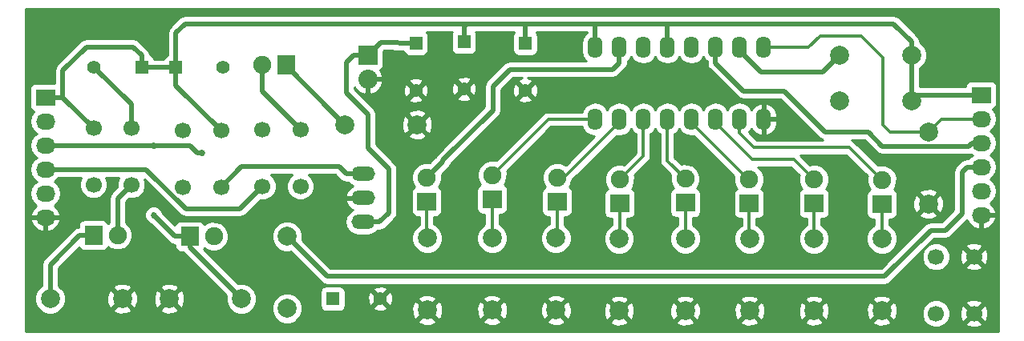
<source format=gtl>
G04 #@! TF.FileFunction,Copper,L1,Top,Signal*
%FSLAX46Y46*%
G04 Gerber Fmt 4.6, Leading zero omitted, Abs format (unit mm)*
G04 Created by KiCad (PCBNEW 4.0.1-3.201512221402+6198~38~ubuntu14.04.1-stable) date Fri 19 Feb 2016 12:40:45 PM PST*
%MOMM*%
G01*
G04 APERTURE LIST*
%ADD10C,0.100000*%
%ADD11C,1.700000*%
%ADD12R,1.900000X2.000000*%
%ADD13C,1.900000*%
%ADD14R,1.400000X1.400000*%
%ADD15C,1.400000*%
%ADD16R,2.000000X1.900000*%
%ADD17C,1.998980*%
%ADD18O,2.499360X1.501140*%
%ADD19O,1.600000X2.300000*%
%ADD20R,2.032000X2.032000*%
%ADD21O,2.032000X2.032000*%
%ADD22R,2.032000X1.727200*%
%ADD23O,2.032000X1.727200*%
%ADD24C,0.685800*%
%ADD25C,0.508000*%
%ADD26C,0.330200*%
%ADD27C,0.254000*%
G04 APERTURE END LIST*
D10*
D11*
X83630000Y-101084900D03*
X83630000Y-95084900D03*
X87630000Y-101084900D03*
X87630000Y-95084900D03*
X79247500Y-95180900D03*
X79247500Y-101180900D03*
X75247500Y-95180900D03*
X75247500Y-101180900D03*
D12*
X86106000Y-88226900D03*
D13*
X83566000Y-88226900D03*
D14*
X99822000Y-85940900D03*
D15*
X99822000Y-90940900D03*
D16*
X100965000Y-102704900D03*
D13*
X100965000Y-100164900D03*
D14*
X70866000Y-88480900D03*
D15*
X65866000Y-88480900D03*
D14*
X104902000Y-85813900D03*
D15*
X104902000Y-90813900D03*
D14*
X74485500Y-88544400D03*
D15*
X79485500Y-88544400D03*
D14*
X91059000Y-112991900D03*
D15*
X96059000Y-112991900D03*
D14*
X111379000Y-85940900D03*
D15*
X111379000Y-90940900D03*
D12*
X65786000Y-106260900D03*
D13*
X68326000Y-106260900D03*
D12*
X75946000Y-106387900D03*
D13*
X78486000Y-106387900D03*
D16*
X149034500Y-102958900D03*
D13*
X149034500Y-100418900D03*
D16*
X141859000Y-102895400D03*
D13*
X141859000Y-100355400D03*
D16*
X135001000Y-102895400D03*
D13*
X135001000Y-100355400D03*
D16*
X128270000Y-102831900D03*
D13*
X128270000Y-100291900D03*
D16*
X121348500Y-102895400D03*
D13*
X121348500Y-100355400D03*
D16*
X114744500Y-102704900D03*
D13*
X114744500Y-100164900D03*
D16*
X107886500Y-102450900D03*
D13*
X107886500Y-99910900D03*
D17*
X68834000Y-112991900D03*
X61214000Y-112991900D03*
X73787000Y-112991900D03*
X81407000Y-112991900D03*
X144526000Y-92036900D03*
X152146000Y-92036900D03*
X99949000Y-94576900D03*
X92329000Y-94576900D03*
X86233000Y-106387900D03*
X86233000Y-114007900D03*
X152146000Y-87210900D03*
X144526000Y-87210900D03*
X149034500Y-106641900D03*
X149034500Y-114261900D03*
X141859000Y-106641900D03*
X141859000Y-114261900D03*
X135064500Y-106641900D03*
X135064500Y-114261900D03*
X128270000Y-106641900D03*
X128270000Y-114261900D03*
X121285000Y-106641900D03*
X121285000Y-114261900D03*
X114617500Y-106578400D03*
X114617500Y-114198400D03*
X107886500Y-106578400D03*
X107886500Y-114198400D03*
X101028500Y-106578400D03*
X101028500Y-114198400D03*
X153924000Y-102958900D03*
X153924000Y-95338900D03*
D18*
X94234000Y-102323900D03*
X94234000Y-104863900D03*
X94234000Y-99783900D03*
D19*
X118745000Y-94005400D03*
X121285000Y-94005400D03*
X123825000Y-94005400D03*
X126365000Y-94005400D03*
X128905000Y-94005400D03*
X131445000Y-94005400D03*
X133985000Y-94005400D03*
X136525000Y-94005400D03*
X136525000Y-86385400D03*
X133985000Y-86385400D03*
X131445000Y-86385400D03*
X128905000Y-86385400D03*
X126365000Y-86385400D03*
X123825000Y-86385400D03*
X121285000Y-86385400D03*
X118745000Y-86385400D03*
D20*
X94742000Y-87210900D03*
D21*
X94742000Y-89750900D03*
D22*
X60706000Y-91694000D03*
D23*
X60706000Y-94234000D03*
X60706000Y-96774000D03*
X60706000Y-99314000D03*
X60706000Y-101854000D03*
X60706000Y-104394000D03*
D22*
X159512000Y-91440000D03*
D23*
X159512000Y-93980000D03*
X159512000Y-96520000D03*
X159512000Y-99060000D03*
X159512000Y-101600000D03*
X159512000Y-104140000D03*
D11*
X69786000Y-94926900D03*
X69786000Y-100926900D03*
X65786000Y-94926900D03*
X65786000Y-100926900D03*
X154750000Y-114546900D03*
X154750000Y-108546900D03*
X158750000Y-114546900D03*
X158750000Y-108546900D03*
D24*
X72136000Y-96774000D03*
X72136000Y-104140000D03*
X77216000Y-97536000D03*
D25*
X96969580Y-103886000D02*
X96969580Y-99255580D01*
X96969580Y-99255580D02*
X94742000Y-97028000D01*
X94234000Y-104863900D02*
X95991680Y-104863900D01*
X95991680Y-104863900D02*
X96969580Y-103886000D01*
X94742000Y-93472000D02*
X94742000Y-97028000D01*
X92456000Y-91186000D02*
X94742000Y-93472000D01*
X92456000Y-87972900D02*
X92456000Y-91186000D01*
X94742000Y-87210900D02*
X93218000Y-87210900D01*
X93218000Y-87210900D02*
X92456000Y-87972900D01*
X99822000Y-85940900D02*
X96098591Y-85854309D01*
X96098591Y-85854309D02*
X94742000Y-87210900D01*
X91694000Y-99001580D02*
X81426820Y-99001580D01*
X81426820Y-99001580D02*
X79247500Y-101180900D01*
X94234000Y-99783900D02*
X92476320Y-99783900D01*
X92476320Y-99783900D02*
X91694000Y-99001580D01*
X65024000Y-86360000D02*
X62553100Y-88830900D01*
X62553100Y-88830900D02*
X62553100Y-91694000D01*
X69953100Y-86360000D02*
X65024000Y-86360000D01*
X70866000Y-88480900D02*
X70866000Y-87272900D01*
X70866000Y-87272900D02*
X69953100Y-86360000D01*
X60706000Y-91694000D02*
X62553100Y-91694000D01*
X62553100Y-91694000D02*
X65786000Y-94926900D01*
X74485500Y-88544400D02*
X74485500Y-90418900D01*
X74485500Y-90418900D02*
X79247500Y-95180900D01*
X74485500Y-88544400D02*
X70929500Y-88544400D01*
X70929500Y-88544400D02*
X70866000Y-88480900D01*
X75438000Y-83908900D02*
X74485500Y-84861400D01*
X74485500Y-84861400D02*
X74485500Y-88544400D01*
X105156000Y-83908900D02*
X75438000Y-83908900D01*
X111506000Y-83908900D02*
X105156000Y-83908900D01*
X118618000Y-83908900D02*
X111506000Y-83908900D01*
X111506000Y-83908900D02*
X111379000Y-84035900D01*
X111379000Y-84035900D02*
X111379000Y-85940900D01*
X126238000Y-83908900D02*
X118618000Y-83908900D01*
X118618000Y-83908900D02*
X118745000Y-84035900D01*
X118745000Y-84035900D02*
X118745000Y-86385400D01*
X150257492Y-83908900D02*
X126238000Y-83908900D01*
X126238000Y-83908900D02*
X126365000Y-84035900D01*
X126365000Y-84035900D02*
X126365000Y-86385400D01*
X152146000Y-87210900D02*
X152146000Y-85797408D01*
X152146000Y-85797408D02*
X150257492Y-83908900D01*
X105156000Y-83908900D02*
X104902000Y-84162900D01*
X104902000Y-84162900D02*
X104902000Y-85813900D01*
X152146000Y-87210900D02*
X152146000Y-92036900D01*
X159512000Y-91440000D02*
X152742900Y-91440000D01*
X152742900Y-91440000D02*
X152146000Y-92036900D01*
X68326000Y-106260900D02*
X68326000Y-102386900D01*
X68326000Y-102386900D02*
X69786000Y-100926900D01*
X65866000Y-88480900D02*
X69786000Y-92400900D01*
X69786000Y-92400900D02*
X69786000Y-94926900D01*
X75969067Y-96774000D02*
X71628000Y-96774000D01*
X71628000Y-96774000D02*
X70840600Y-96774000D01*
X72136000Y-96774000D02*
X71628000Y-96774000D01*
X81407000Y-112991900D02*
X75946000Y-107530900D01*
X75946000Y-107530900D02*
X75946000Y-106387900D01*
X74383900Y-106387900D02*
X75946000Y-106387900D01*
X74383900Y-106387900D02*
X72136000Y-104140000D01*
X77216000Y-97536000D02*
X76731067Y-97536000D01*
X76731067Y-97536000D02*
X75969067Y-96774000D01*
X70840600Y-96774000D02*
X70866000Y-96774000D01*
X158225491Y-96846391D02*
X158551882Y-96520000D01*
X158551882Y-96520000D02*
X159512000Y-96520000D01*
X147574000Y-95338900D02*
X149081491Y-96846391D01*
X149081491Y-96846391D02*
X158225491Y-96846391D01*
X143002000Y-95338900D02*
X147574000Y-95338900D01*
X138684000Y-91020900D02*
X143002000Y-95338900D01*
X134422500Y-91020900D02*
X138684000Y-91020900D01*
X131445000Y-86385400D02*
X131445000Y-88043400D01*
X131445000Y-88043400D02*
X134422500Y-91020900D01*
X60706000Y-96774000D02*
X70840600Y-96774000D01*
X86106000Y-88226900D02*
X86106000Y-88353900D01*
X86106000Y-88353900D02*
X91329511Y-93577411D01*
X91329511Y-93577411D02*
X92329000Y-94576900D01*
X92329000Y-94626900D02*
X92329000Y-94576900D01*
X83566000Y-88226900D02*
X83566000Y-91020900D01*
X83566000Y-91020900D02*
X87630000Y-95084900D01*
D26*
X149034500Y-102958900D02*
X149034500Y-106641900D01*
X135489300Y-96989900D02*
X145605500Y-96989900D01*
X145605500Y-96989900D02*
X149034500Y-100418900D01*
X133985000Y-94005400D02*
X133985000Y-95485600D01*
X133985000Y-95485600D02*
X135489300Y-96989900D01*
X141859000Y-102895400D02*
X141859000Y-106641900D01*
X135349500Y-98259900D02*
X139763500Y-98259900D01*
X139763500Y-98259900D02*
X141859000Y-100355400D01*
X131445000Y-94005400D02*
X131445000Y-94355400D01*
X131445000Y-94355400D02*
X135349500Y-98259900D01*
X135001000Y-102895400D02*
X135001000Y-106578400D01*
X135001000Y-106578400D02*
X135064500Y-106641900D01*
X128905000Y-94005400D02*
X128905000Y-94355400D01*
X128905000Y-94355400D02*
X134905000Y-100355400D01*
X134905000Y-100355400D02*
X135001000Y-100355400D01*
X128270000Y-102831900D02*
X128270000Y-106641900D01*
X126365000Y-94005400D02*
X126365000Y-98386900D01*
X126365000Y-98386900D02*
X128270000Y-100291900D01*
X121348500Y-102895400D02*
X121348500Y-106578400D01*
X121348500Y-106578400D02*
X121285000Y-106641900D01*
X123825000Y-94005400D02*
X123825000Y-97878900D01*
X123825000Y-97878900D02*
X121348500Y-100355400D01*
X114744500Y-102704900D02*
X114744500Y-106451400D01*
X114744500Y-106451400D02*
X114617500Y-106578400D01*
X121285000Y-94005400D02*
X121285000Y-94355400D01*
X121285000Y-94355400D02*
X115475500Y-100164900D01*
X115475500Y-100164900D02*
X114744500Y-100164900D01*
X107886500Y-106578400D02*
X107886500Y-103731100D01*
X107886500Y-102450900D02*
X107886500Y-103731100D01*
X118745000Y-94005400D02*
X113792000Y-94005400D01*
X113792000Y-94005400D02*
X107886500Y-99910900D01*
X100965000Y-102704900D02*
X100965000Y-106514900D01*
X100965000Y-106514900D02*
X101028500Y-106578400D01*
D25*
X100965000Y-100164900D02*
X102677001Y-98452899D01*
X107950000Y-90512900D02*
X109728000Y-88734900D01*
X109728000Y-88734900D02*
X120593500Y-88734900D01*
X102677001Y-98452899D02*
X102677001Y-98325899D01*
X102677001Y-98325899D02*
X107950000Y-93052900D01*
X107950000Y-93052900D02*
X107950000Y-90512900D01*
X120593500Y-88734900D02*
X121285000Y-88043400D01*
X121285000Y-88043400D02*
X121285000Y-86385400D01*
D26*
X121285000Y-86735400D02*
X121285000Y-86385400D01*
D25*
X75523679Y-103466921D02*
X81247979Y-103466921D01*
X81247979Y-103466921D02*
X83630000Y-101084900D01*
X90449001Y-110603901D02*
X86233000Y-106387900D01*
X71370759Y-99314001D02*
X75523679Y-103466921D01*
X90449001Y-110603901D02*
X149326999Y-110603901D01*
X157988000Y-99060000D02*
X159512000Y-99060000D01*
X149326999Y-110603901D02*
X154178000Y-105752900D01*
X157480000Y-103974900D02*
X157480000Y-99568000D01*
X154178000Y-105752900D02*
X155702000Y-105752900D01*
X155702000Y-105752900D02*
X157480000Y-103974900D01*
X157480000Y-99568000D02*
X157988000Y-99060000D01*
X60706000Y-99314000D02*
X71370759Y-99314001D01*
X144526000Y-87210900D02*
X142748000Y-88988900D01*
X136238500Y-88988900D02*
X133985000Y-86735400D01*
X142748000Y-88988900D02*
X136238500Y-88988900D01*
X133985000Y-86735400D02*
X133985000Y-86385400D01*
D26*
X159512000Y-93980000D02*
X155282900Y-93980000D01*
X155282900Y-93980000D02*
X153924000Y-95338900D01*
X136525000Y-86385400D02*
X141287500Y-86385400D01*
X149860000Y-95338900D02*
X153924000Y-95338900D01*
X149098000Y-94576900D02*
X149860000Y-95338900D01*
X149098000Y-87464900D02*
X149098000Y-94576900D01*
X146812000Y-85178900D02*
X149098000Y-87464900D01*
X142494000Y-85178900D02*
X146812000Y-85178900D01*
X141287500Y-86385400D02*
X142494000Y-85178900D01*
D25*
X61214000Y-112991900D02*
X61214000Y-109374900D01*
X61214000Y-109374900D02*
X64328000Y-106260900D01*
X64328000Y-106260900D02*
X65786000Y-106260900D01*
D27*
G36*
X161342000Y-116472900D02*
X58622000Y-116472900D01*
X58622000Y-104753026D01*
X59098642Y-104753026D01*
X59101291Y-104768791D01*
X59355268Y-105296036D01*
X59791680Y-105685954D01*
X60344087Y-105879184D01*
X60579000Y-105734924D01*
X60579000Y-104521000D01*
X60833000Y-104521000D01*
X60833000Y-105734924D01*
X61067913Y-105879184D01*
X61620320Y-105685954D01*
X62056732Y-105296036D01*
X62310709Y-104768791D01*
X62313358Y-104753026D01*
X62192217Y-104521000D01*
X60833000Y-104521000D01*
X60579000Y-104521000D01*
X59219783Y-104521000D01*
X59098642Y-104753026D01*
X58622000Y-104753026D01*
X58622000Y-94234000D01*
X59022655Y-94234000D01*
X59136729Y-94807489D01*
X59461585Y-95293670D01*
X59776366Y-95504000D01*
X59461585Y-95714330D01*
X59136729Y-96200511D01*
X59022655Y-96774000D01*
X59136729Y-97347489D01*
X59461585Y-97833670D01*
X59776366Y-98044000D01*
X59461585Y-98254330D01*
X59136729Y-98740511D01*
X59022655Y-99314000D01*
X59136729Y-99887489D01*
X59461585Y-100373670D01*
X59776366Y-100584000D01*
X59461585Y-100794330D01*
X59136729Y-101280511D01*
X59022655Y-101854000D01*
X59136729Y-102427489D01*
X59461585Y-102913670D01*
X59771069Y-103120461D01*
X59355268Y-103491964D01*
X59101291Y-104019209D01*
X59098642Y-104034974D01*
X59219783Y-104267000D01*
X60579000Y-104267000D01*
X60579000Y-104247000D01*
X60833000Y-104247000D01*
X60833000Y-104267000D01*
X62192217Y-104267000D01*
X62313358Y-104034974D01*
X62310709Y-104019209D01*
X62056732Y-103491964D01*
X61640931Y-103120461D01*
X61950415Y-102913670D01*
X62275271Y-102427489D01*
X62389345Y-101854000D01*
X62275271Y-101280511D01*
X61950415Y-100794330D01*
X61635634Y-100584000D01*
X61950415Y-100373670D01*
X62064453Y-100203000D01*
X64478655Y-100203000D01*
X64301258Y-100630219D01*
X64300743Y-101220989D01*
X64526344Y-101766986D01*
X64943717Y-102185088D01*
X65489319Y-102411642D01*
X66080089Y-102412157D01*
X66626086Y-102186556D01*
X67044188Y-101769183D01*
X67270742Y-101223581D01*
X67271257Y-100632811D01*
X67093663Y-100203001D01*
X68478655Y-100203001D01*
X68301258Y-100630219D01*
X68300801Y-101154863D01*
X67697382Y-101758282D01*
X67504671Y-102046694D01*
X67437000Y-102386900D01*
X67437000Y-104913255D01*
X67429343Y-104916419D01*
X67331663Y-105013929D01*
X67200090Y-104809459D01*
X66987890Y-104664469D01*
X66736000Y-104613460D01*
X64836000Y-104613460D01*
X64600683Y-104657738D01*
X64384559Y-104796810D01*
X64239569Y-105009010D01*
X64188560Y-105260900D01*
X64188560Y-105399636D01*
X63987794Y-105439571D01*
X63710005Y-105625184D01*
X63699382Y-105632282D01*
X60585382Y-108746282D01*
X60392671Y-109034694D01*
X60325000Y-109374900D01*
X60325000Y-111590706D01*
X60289345Y-111605438D01*
X59829154Y-112064827D01*
X59579794Y-112665353D01*
X59579226Y-113315594D01*
X59827538Y-113916555D01*
X60286927Y-114376746D01*
X60887453Y-114626106D01*
X61537694Y-114626674D01*
X62138655Y-114378362D01*
X62373363Y-114144063D01*
X67861443Y-114144063D01*
X67960042Y-114410865D01*
X68569582Y-114637301D01*
X69219377Y-114613241D01*
X69707958Y-114410865D01*
X69806557Y-114144063D01*
X72814443Y-114144063D01*
X72913042Y-114410865D01*
X73522582Y-114637301D01*
X74172377Y-114613241D01*
X74660958Y-114410865D01*
X74759557Y-114144063D01*
X73787000Y-113171505D01*
X72814443Y-114144063D01*
X69806557Y-114144063D01*
X68834000Y-113171505D01*
X67861443Y-114144063D01*
X62373363Y-114144063D01*
X62598846Y-113918973D01*
X62848206Y-113318447D01*
X62848722Y-112727482D01*
X67188599Y-112727482D01*
X67212659Y-113377277D01*
X67415035Y-113865858D01*
X67681837Y-113964457D01*
X68654395Y-112991900D01*
X69013605Y-112991900D01*
X69986163Y-113964457D01*
X70252965Y-113865858D01*
X70479401Y-113256318D01*
X70459820Y-112727482D01*
X72141599Y-112727482D01*
X72165659Y-113377277D01*
X72368035Y-113865858D01*
X72634837Y-113964457D01*
X73607395Y-112991900D01*
X73966605Y-112991900D01*
X74939163Y-113964457D01*
X75205965Y-113865858D01*
X75432401Y-113256318D01*
X75408341Y-112606523D01*
X75205965Y-112117942D01*
X74939163Y-112019343D01*
X73966605Y-112991900D01*
X73607395Y-112991900D01*
X72634837Y-112019343D01*
X72368035Y-112117942D01*
X72141599Y-112727482D01*
X70459820Y-112727482D01*
X70455341Y-112606523D01*
X70252965Y-112117942D01*
X69986163Y-112019343D01*
X69013605Y-112991900D01*
X68654395Y-112991900D01*
X67681837Y-112019343D01*
X67415035Y-112117942D01*
X67188599Y-112727482D01*
X62848722Y-112727482D01*
X62848774Y-112668206D01*
X62600462Y-112067245D01*
X62373351Y-111839737D01*
X67861443Y-111839737D01*
X68834000Y-112812295D01*
X69806557Y-111839737D01*
X72814443Y-111839737D01*
X73787000Y-112812295D01*
X74759557Y-111839737D01*
X74660958Y-111572935D01*
X74051418Y-111346499D01*
X73401623Y-111370559D01*
X72913042Y-111572935D01*
X72814443Y-111839737D01*
X69806557Y-111839737D01*
X69707958Y-111572935D01*
X69098418Y-111346499D01*
X68448623Y-111370559D01*
X67960042Y-111572935D01*
X67861443Y-111839737D01*
X62373351Y-111839737D01*
X62141073Y-111607054D01*
X62103000Y-111591245D01*
X62103000Y-109743136D01*
X64278679Y-107567457D01*
X64371910Y-107712341D01*
X64584110Y-107857331D01*
X64836000Y-107908340D01*
X66736000Y-107908340D01*
X66971317Y-107864062D01*
X67187441Y-107724990D01*
X67332431Y-107512790D01*
X67333055Y-107509708D01*
X67426997Y-107603814D01*
X68009341Y-107845624D01*
X68639893Y-107846175D01*
X69222657Y-107605381D01*
X69668914Y-107159903D01*
X69910724Y-106577559D01*
X69911275Y-105947007D01*
X69670481Y-105364243D01*
X69225003Y-104917986D01*
X69215000Y-104913832D01*
X69215000Y-104333663D01*
X71157931Y-104333663D01*
X71306493Y-104693212D01*
X71581341Y-104968540D01*
X71796750Y-105057986D01*
X73755282Y-107016518D01*
X74043695Y-107209230D01*
X74348560Y-107269871D01*
X74348560Y-107387900D01*
X74392838Y-107623217D01*
X74531910Y-107839341D01*
X74744110Y-107984331D01*
X74996000Y-108035340D01*
X75234409Y-108035340D01*
X75317382Y-108159518D01*
X79787588Y-112629724D01*
X79772794Y-112665353D01*
X79772226Y-113315594D01*
X80020538Y-113916555D01*
X80479927Y-114376746D01*
X81080453Y-114626106D01*
X81730694Y-114626674D01*
X82331655Y-114378362D01*
X82378504Y-114331594D01*
X84598226Y-114331594D01*
X84846538Y-114932555D01*
X85305927Y-115392746D01*
X85906453Y-115642106D01*
X86556694Y-115642674D01*
X87157655Y-115394362D01*
X87201530Y-115350563D01*
X100055943Y-115350563D01*
X100154542Y-115617365D01*
X100764082Y-115843801D01*
X101413877Y-115819741D01*
X101902458Y-115617365D01*
X102001057Y-115350563D01*
X106913943Y-115350563D01*
X107012542Y-115617365D01*
X107622082Y-115843801D01*
X108271877Y-115819741D01*
X108760458Y-115617365D01*
X108859057Y-115350563D01*
X113644943Y-115350563D01*
X113743542Y-115617365D01*
X114353082Y-115843801D01*
X115002877Y-115819741D01*
X115491458Y-115617365D01*
X115566590Y-115414063D01*
X120312443Y-115414063D01*
X120411042Y-115680865D01*
X121020582Y-115907301D01*
X121670377Y-115883241D01*
X122158958Y-115680865D01*
X122257557Y-115414063D01*
X127297443Y-115414063D01*
X127396042Y-115680865D01*
X128005582Y-115907301D01*
X128655377Y-115883241D01*
X129143958Y-115680865D01*
X129242557Y-115414063D01*
X134091943Y-115414063D01*
X134190542Y-115680865D01*
X134800082Y-115907301D01*
X135449877Y-115883241D01*
X135938458Y-115680865D01*
X136037057Y-115414063D01*
X140886443Y-115414063D01*
X140985042Y-115680865D01*
X141594582Y-115907301D01*
X142244377Y-115883241D01*
X142732958Y-115680865D01*
X142831557Y-115414063D01*
X148061943Y-115414063D01*
X148160542Y-115680865D01*
X148770082Y-115907301D01*
X149419877Y-115883241D01*
X149908458Y-115680865D01*
X150007057Y-115414063D01*
X149034500Y-114441505D01*
X148061943Y-115414063D01*
X142831557Y-115414063D01*
X141859000Y-114441505D01*
X140886443Y-115414063D01*
X136037057Y-115414063D01*
X135064500Y-114441505D01*
X134091943Y-115414063D01*
X129242557Y-115414063D01*
X128270000Y-114441505D01*
X127297443Y-115414063D01*
X122257557Y-115414063D01*
X121285000Y-114441505D01*
X120312443Y-115414063D01*
X115566590Y-115414063D01*
X115590057Y-115350563D01*
X114617500Y-114378005D01*
X113644943Y-115350563D01*
X108859057Y-115350563D01*
X107886500Y-114378005D01*
X106913943Y-115350563D01*
X102001057Y-115350563D01*
X101028500Y-114378005D01*
X100055943Y-115350563D01*
X87201530Y-115350563D01*
X87617846Y-114934973D01*
X87867206Y-114334447D01*
X87867774Y-113684206D01*
X87619462Y-113083245D01*
X87160073Y-112623054D01*
X86559547Y-112373694D01*
X85909306Y-112373126D01*
X85308345Y-112621438D01*
X84848154Y-113080827D01*
X84598794Y-113681353D01*
X84598226Y-114331594D01*
X82378504Y-114331594D01*
X82791846Y-113918973D01*
X83041206Y-113318447D01*
X83041774Y-112668206D01*
X82886288Y-112291900D01*
X89711560Y-112291900D01*
X89711560Y-113691900D01*
X89755838Y-113927217D01*
X89894910Y-114143341D01*
X90107110Y-114288331D01*
X90359000Y-114339340D01*
X91759000Y-114339340D01*
X91994317Y-114295062D01*
X92210441Y-114155990D01*
X92355431Y-113943790D01*
X92358795Y-113927175D01*
X95303331Y-113927175D01*
X95365169Y-114162942D01*
X95866122Y-114339319D01*
X96396440Y-114310564D01*
X96752831Y-114162942D01*
X96812883Y-113933982D01*
X99383099Y-113933982D01*
X99407159Y-114583777D01*
X99609535Y-115072358D01*
X99876337Y-115170957D01*
X100848895Y-114198400D01*
X101208105Y-114198400D01*
X102180663Y-115170957D01*
X102447465Y-115072358D01*
X102673901Y-114462818D01*
X102654320Y-113933982D01*
X106241099Y-113933982D01*
X106265159Y-114583777D01*
X106467535Y-115072358D01*
X106734337Y-115170957D01*
X107706895Y-114198400D01*
X108066105Y-114198400D01*
X109038663Y-115170957D01*
X109305465Y-115072358D01*
X109531901Y-114462818D01*
X109512320Y-113933982D01*
X112972099Y-113933982D01*
X112996159Y-114583777D01*
X113198535Y-115072358D01*
X113465337Y-115170957D01*
X114437895Y-114198400D01*
X114797105Y-114198400D01*
X115769663Y-115170957D01*
X116036465Y-115072358D01*
X116262901Y-114462818D01*
X116245671Y-113997482D01*
X119639599Y-113997482D01*
X119663659Y-114647277D01*
X119866035Y-115135858D01*
X120132837Y-115234457D01*
X121105395Y-114261900D01*
X121464605Y-114261900D01*
X122437163Y-115234457D01*
X122703965Y-115135858D01*
X122930401Y-114526318D01*
X122910820Y-113997482D01*
X126624599Y-113997482D01*
X126648659Y-114647277D01*
X126851035Y-115135858D01*
X127117837Y-115234457D01*
X128090395Y-114261900D01*
X128449605Y-114261900D01*
X129422163Y-115234457D01*
X129688965Y-115135858D01*
X129915401Y-114526318D01*
X129895820Y-113997482D01*
X133419099Y-113997482D01*
X133443159Y-114647277D01*
X133645535Y-115135858D01*
X133912337Y-115234457D01*
X134884895Y-114261900D01*
X135244105Y-114261900D01*
X136216663Y-115234457D01*
X136483465Y-115135858D01*
X136709901Y-114526318D01*
X136690320Y-113997482D01*
X140213599Y-113997482D01*
X140237659Y-114647277D01*
X140440035Y-115135858D01*
X140706837Y-115234457D01*
X141679395Y-114261900D01*
X142038605Y-114261900D01*
X143011163Y-115234457D01*
X143277965Y-115135858D01*
X143504401Y-114526318D01*
X143484820Y-113997482D01*
X147389099Y-113997482D01*
X147413159Y-114647277D01*
X147615535Y-115135858D01*
X147882337Y-115234457D01*
X148854895Y-114261900D01*
X149214105Y-114261900D01*
X150186663Y-115234457D01*
X150453465Y-115135858D01*
X150563004Y-114840989D01*
X153264743Y-114840989D01*
X153490344Y-115386986D01*
X153907717Y-115805088D01*
X154453319Y-116031642D01*
X155044089Y-116032157D01*
X155590086Y-115806556D01*
X155806160Y-115590858D01*
X157885647Y-115590858D01*
X157965920Y-115842159D01*
X158521279Y-116043618D01*
X159111458Y-116017215D01*
X159534080Y-115842159D01*
X159614353Y-115590858D01*
X158750000Y-114726505D01*
X157885647Y-115590858D01*
X155806160Y-115590858D01*
X156008188Y-115389183D01*
X156234742Y-114843581D01*
X156235200Y-114318179D01*
X157253282Y-114318179D01*
X157279685Y-114908358D01*
X157454741Y-115330980D01*
X157706042Y-115411253D01*
X158570395Y-114546900D01*
X158929605Y-114546900D01*
X159793958Y-115411253D01*
X160045259Y-115330980D01*
X160246718Y-114775621D01*
X160220315Y-114185442D01*
X160045259Y-113762820D01*
X159793958Y-113682547D01*
X158929605Y-114546900D01*
X158570395Y-114546900D01*
X157706042Y-113682547D01*
X157454741Y-113762820D01*
X157253282Y-114318179D01*
X156235200Y-114318179D01*
X156235257Y-114252811D01*
X156009656Y-113706814D01*
X155806140Y-113502942D01*
X157885647Y-113502942D01*
X158750000Y-114367295D01*
X159614353Y-113502942D01*
X159534080Y-113251641D01*
X158978721Y-113050182D01*
X158388542Y-113076585D01*
X157965920Y-113251641D01*
X157885647Y-113502942D01*
X155806140Y-113502942D01*
X155592283Y-113288712D01*
X155046681Y-113062158D01*
X154455911Y-113061643D01*
X153909914Y-113287244D01*
X153491812Y-113704617D01*
X153265258Y-114250219D01*
X153264743Y-114840989D01*
X150563004Y-114840989D01*
X150679901Y-114526318D01*
X150655841Y-113876523D01*
X150453465Y-113387942D01*
X150186663Y-113289343D01*
X149214105Y-114261900D01*
X148854895Y-114261900D01*
X147882337Y-113289343D01*
X147615535Y-113387942D01*
X147389099Y-113997482D01*
X143484820Y-113997482D01*
X143480341Y-113876523D01*
X143277965Y-113387942D01*
X143011163Y-113289343D01*
X142038605Y-114261900D01*
X141679395Y-114261900D01*
X140706837Y-113289343D01*
X140440035Y-113387942D01*
X140213599Y-113997482D01*
X136690320Y-113997482D01*
X136685841Y-113876523D01*
X136483465Y-113387942D01*
X136216663Y-113289343D01*
X135244105Y-114261900D01*
X134884895Y-114261900D01*
X133912337Y-113289343D01*
X133645535Y-113387942D01*
X133419099Y-113997482D01*
X129895820Y-113997482D01*
X129891341Y-113876523D01*
X129688965Y-113387942D01*
X129422163Y-113289343D01*
X128449605Y-114261900D01*
X128090395Y-114261900D01*
X127117837Y-113289343D01*
X126851035Y-113387942D01*
X126624599Y-113997482D01*
X122910820Y-113997482D01*
X122906341Y-113876523D01*
X122703965Y-113387942D01*
X122437163Y-113289343D01*
X121464605Y-114261900D01*
X121105395Y-114261900D01*
X120132837Y-113289343D01*
X119866035Y-113387942D01*
X119639599Y-113997482D01*
X116245671Y-113997482D01*
X116238841Y-113813023D01*
X116036465Y-113324442D01*
X115769663Y-113225843D01*
X114797105Y-114198400D01*
X114437895Y-114198400D01*
X113465337Y-113225843D01*
X113198535Y-113324442D01*
X112972099Y-113933982D01*
X109512320Y-113933982D01*
X109507841Y-113813023D01*
X109305465Y-113324442D01*
X109038663Y-113225843D01*
X108066105Y-114198400D01*
X107706895Y-114198400D01*
X106734337Y-113225843D01*
X106467535Y-113324442D01*
X106241099Y-113933982D01*
X102654320Y-113933982D01*
X102649841Y-113813023D01*
X102447465Y-113324442D01*
X102180663Y-113225843D01*
X101208105Y-114198400D01*
X100848895Y-114198400D01*
X99876337Y-113225843D01*
X99609535Y-113324442D01*
X99383099Y-113933982D01*
X96812883Y-113933982D01*
X96814669Y-113927175D01*
X96059000Y-113171505D01*
X95303331Y-113927175D01*
X92358795Y-113927175D01*
X92406440Y-113691900D01*
X92406440Y-112799022D01*
X94711581Y-112799022D01*
X94740336Y-113329340D01*
X94887958Y-113685731D01*
X95123725Y-113747569D01*
X95879395Y-112991900D01*
X96238605Y-112991900D01*
X96994275Y-113747569D01*
X97230042Y-113685731D01*
X97406419Y-113184778D01*
X97398908Y-113046237D01*
X100055943Y-113046237D01*
X101028500Y-114018795D01*
X102001057Y-113046237D01*
X106913943Y-113046237D01*
X107886500Y-114018795D01*
X108859057Y-113046237D01*
X113644943Y-113046237D01*
X114617500Y-114018795D01*
X115526557Y-113109737D01*
X120312443Y-113109737D01*
X121285000Y-114082295D01*
X122257557Y-113109737D01*
X127297443Y-113109737D01*
X128270000Y-114082295D01*
X129242557Y-113109737D01*
X134091943Y-113109737D01*
X135064500Y-114082295D01*
X136037057Y-113109737D01*
X140886443Y-113109737D01*
X141859000Y-114082295D01*
X142831557Y-113109737D01*
X148061943Y-113109737D01*
X149034500Y-114082295D01*
X150007057Y-113109737D01*
X149908458Y-112842935D01*
X149298918Y-112616499D01*
X148649123Y-112640559D01*
X148160542Y-112842935D01*
X148061943Y-113109737D01*
X142831557Y-113109737D01*
X142732958Y-112842935D01*
X142123418Y-112616499D01*
X141473623Y-112640559D01*
X140985042Y-112842935D01*
X140886443Y-113109737D01*
X136037057Y-113109737D01*
X135938458Y-112842935D01*
X135328918Y-112616499D01*
X134679123Y-112640559D01*
X134190542Y-112842935D01*
X134091943Y-113109737D01*
X129242557Y-113109737D01*
X129143958Y-112842935D01*
X128534418Y-112616499D01*
X127884623Y-112640559D01*
X127396042Y-112842935D01*
X127297443Y-113109737D01*
X122257557Y-113109737D01*
X122158958Y-112842935D01*
X121549418Y-112616499D01*
X120899623Y-112640559D01*
X120411042Y-112842935D01*
X120312443Y-113109737D01*
X115526557Y-113109737D01*
X115590057Y-113046237D01*
X115491458Y-112779435D01*
X114881918Y-112552999D01*
X114232123Y-112577059D01*
X113743542Y-112779435D01*
X113644943Y-113046237D01*
X108859057Y-113046237D01*
X108760458Y-112779435D01*
X108150918Y-112552999D01*
X107501123Y-112577059D01*
X107012542Y-112779435D01*
X106913943Y-113046237D01*
X102001057Y-113046237D01*
X101902458Y-112779435D01*
X101292918Y-112552999D01*
X100643123Y-112577059D01*
X100154542Y-112779435D01*
X100055943Y-113046237D01*
X97398908Y-113046237D01*
X97377664Y-112654460D01*
X97230042Y-112298069D01*
X96994275Y-112236231D01*
X96238605Y-112991900D01*
X95879395Y-112991900D01*
X95123725Y-112236231D01*
X94887958Y-112298069D01*
X94711581Y-112799022D01*
X92406440Y-112799022D01*
X92406440Y-112291900D01*
X92362170Y-112056625D01*
X95303331Y-112056625D01*
X96059000Y-112812295D01*
X96814669Y-112056625D01*
X96752831Y-111820858D01*
X96251878Y-111644481D01*
X95721560Y-111673236D01*
X95365169Y-111820858D01*
X95303331Y-112056625D01*
X92362170Y-112056625D01*
X92362162Y-112056583D01*
X92223090Y-111840459D01*
X92010890Y-111695469D01*
X91759000Y-111644460D01*
X90359000Y-111644460D01*
X90123683Y-111688738D01*
X89907559Y-111827810D01*
X89762569Y-112040010D01*
X89711560Y-112291900D01*
X82886288Y-112291900D01*
X82793462Y-112067245D01*
X82334073Y-111607054D01*
X81733547Y-111357694D01*
X81083306Y-111357126D01*
X81045205Y-111372869D01*
X77419242Y-107746906D01*
X77492431Y-107639790D01*
X77493055Y-107636708D01*
X77586997Y-107730814D01*
X78169341Y-107972624D01*
X78799893Y-107973175D01*
X79382657Y-107732381D01*
X79828914Y-107286903D01*
X80070724Y-106704559D01*
X80071275Y-106074007D01*
X79830481Y-105491243D01*
X79385003Y-105044986D01*
X78802659Y-104803176D01*
X78172107Y-104802625D01*
X77589343Y-105043419D01*
X77491663Y-105140929D01*
X77360090Y-104936459D01*
X77147890Y-104791469D01*
X76896000Y-104740460D01*
X74996000Y-104740460D01*
X74760683Y-104784738D01*
X74544559Y-104923810D01*
X74399569Y-105136010D01*
X74397831Y-105144595D01*
X73053863Y-103800627D01*
X72965507Y-103586788D01*
X72690659Y-103311460D01*
X72331370Y-103162270D01*
X71942337Y-103161931D01*
X71582788Y-103310493D01*
X71307460Y-103585341D01*
X71158270Y-103944630D01*
X71157931Y-104333663D01*
X69215000Y-104333663D01*
X69215000Y-102755136D01*
X69558434Y-102411702D01*
X70080089Y-102412157D01*
X70626086Y-102186556D01*
X71044188Y-101769183D01*
X71270742Y-101223581D01*
X71271257Y-100632811D01*
X71157838Y-100358316D01*
X74895061Y-104095539D01*
X75183473Y-104288250D01*
X75523679Y-104355921D01*
X81247979Y-104355921D01*
X81588185Y-104288250D01*
X81876597Y-104095539D01*
X83402434Y-102569702D01*
X83924089Y-102570157D01*
X84470086Y-102344556D01*
X84888188Y-101927183D01*
X85114742Y-101381581D01*
X85115257Y-100790811D01*
X84889656Y-100244814D01*
X84536040Y-99890580D01*
X86724464Y-99890580D01*
X86371812Y-100242617D01*
X86145258Y-100788219D01*
X86144743Y-101378989D01*
X86370344Y-101924986D01*
X86787717Y-102343088D01*
X87333319Y-102569642D01*
X87924089Y-102570157D01*
X88470086Y-102344556D01*
X88888188Y-101927183D01*
X89114742Y-101381581D01*
X89115257Y-100790811D01*
X88889656Y-100244814D01*
X88536040Y-99890580D01*
X91325764Y-99890580D01*
X91847702Y-100412518D01*
X92136115Y-100605230D01*
X92476320Y-100672900D01*
X92657586Y-100672900D01*
X92718221Y-100763646D01*
X93167732Y-101064000D01*
X93177032Y-101065850D01*
X93087323Y-101092401D01*
X92665342Y-101433956D01*
X92406190Y-101910997D01*
X92392007Y-101982625D01*
X92514661Y-102196900D01*
X94107000Y-102196900D01*
X94107000Y-102176900D01*
X94361000Y-102176900D01*
X94361000Y-102196900D01*
X94381000Y-102196900D01*
X94381000Y-102450900D01*
X94361000Y-102450900D01*
X94361000Y-102470900D01*
X94107000Y-102470900D01*
X94107000Y-102450900D01*
X92514661Y-102450900D01*
X92392007Y-102665175D01*
X92406190Y-102736803D01*
X92665342Y-103213844D01*
X93087323Y-103555399D01*
X93177032Y-103581950D01*
X93167732Y-103583800D01*
X92718221Y-103884154D01*
X92417867Y-104333665D01*
X92312397Y-104863900D01*
X92417867Y-105394135D01*
X92718221Y-105843646D01*
X93167732Y-106144000D01*
X93697967Y-106249470D01*
X94770033Y-106249470D01*
X95300268Y-106144000D01*
X95749779Y-105843646D01*
X95810414Y-105752900D01*
X95991680Y-105752900D01*
X96331886Y-105685229D01*
X96620298Y-105492518D01*
X97598198Y-104514618D01*
X97790909Y-104226206D01*
X97858580Y-103886000D01*
X97858580Y-99255580D01*
X97790909Y-98915374D01*
X97598198Y-98626962D01*
X95631000Y-96659764D01*
X95631000Y-95729063D01*
X98976443Y-95729063D01*
X99075042Y-95995865D01*
X99684582Y-96222301D01*
X100334377Y-96198241D01*
X100822958Y-95995865D01*
X100921557Y-95729063D01*
X99949000Y-94756505D01*
X98976443Y-95729063D01*
X95631000Y-95729063D01*
X95631000Y-94312482D01*
X98303599Y-94312482D01*
X98327659Y-94962277D01*
X98530035Y-95450858D01*
X98796837Y-95549457D01*
X99769395Y-94576900D01*
X100128605Y-94576900D01*
X101101163Y-95549457D01*
X101367965Y-95450858D01*
X101594401Y-94841318D01*
X101570341Y-94191523D01*
X101367965Y-93702942D01*
X101101163Y-93604343D01*
X100128605Y-94576900D01*
X99769395Y-94576900D01*
X98796837Y-93604343D01*
X98530035Y-93702942D01*
X98303599Y-94312482D01*
X95631000Y-94312482D01*
X95631000Y-93472000D01*
X95621599Y-93424737D01*
X98976443Y-93424737D01*
X99949000Y-94397295D01*
X100921557Y-93424737D01*
X100822958Y-93157935D01*
X100213418Y-92931499D01*
X99563623Y-92955559D01*
X99075042Y-93157935D01*
X98976443Y-93424737D01*
X95621599Y-93424737D01*
X95563329Y-93131794D01*
X95370618Y-92843382D01*
X94403411Y-91876175D01*
X99066331Y-91876175D01*
X99128169Y-92111942D01*
X99629122Y-92288319D01*
X100159440Y-92259564D01*
X100515831Y-92111942D01*
X100577669Y-91876175D01*
X100450670Y-91749175D01*
X104146331Y-91749175D01*
X104208169Y-91984942D01*
X104709122Y-92161319D01*
X105239440Y-92132564D01*
X105595831Y-91984942D01*
X105657669Y-91749175D01*
X104902000Y-90993505D01*
X104146331Y-91749175D01*
X100450670Y-91749175D01*
X99822000Y-91120505D01*
X99066331Y-91876175D01*
X94403411Y-91876175D01*
X93345000Y-90817764D01*
X93345000Y-90625839D01*
X93773621Y-91088088D01*
X94359054Y-91356883D01*
X94615000Y-91238267D01*
X94615000Y-89877900D01*
X94869000Y-89877900D01*
X94869000Y-91238267D01*
X95124946Y-91356883D01*
X95710379Y-91088088D01*
X96025705Y-90748022D01*
X98474581Y-90748022D01*
X98503336Y-91278340D01*
X98650958Y-91634731D01*
X98886725Y-91696569D01*
X99642395Y-90940900D01*
X100001605Y-90940900D01*
X100757275Y-91696569D01*
X100993042Y-91634731D01*
X101169419Y-91133778D01*
X101141617Y-90621022D01*
X103554581Y-90621022D01*
X103583336Y-91151340D01*
X103730958Y-91507731D01*
X103966725Y-91569569D01*
X104722395Y-90813900D01*
X105081605Y-90813900D01*
X105837275Y-91569569D01*
X106073042Y-91507731D01*
X106249419Y-91006778D01*
X106220664Y-90476460D01*
X106073042Y-90120069D01*
X105837275Y-90058231D01*
X105081605Y-90813900D01*
X104722395Y-90813900D01*
X103966725Y-90058231D01*
X103730958Y-90120069D01*
X103554581Y-90621022D01*
X101141617Y-90621022D01*
X101140664Y-90603460D01*
X100993042Y-90247069D01*
X100757275Y-90185231D01*
X100001605Y-90940900D01*
X99642395Y-90940900D01*
X98886725Y-90185231D01*
X98650958Y-90247069D01*
X98474581Y-90748022D01*
X96025705Y-90748022D01*
X96148385Y-90615718D01*
X96347975Y-90133844D01*
X96288291Y-90005625D01*
X99066331Y-90005625D01*
X99822000Y-90761295D01*
X100577669Y-90005625D01*
X100544359Y-89878625D01*
X104146331Y-89878625D01*
X104902000Y-90634295D01*
X105657669Y-89878625D01*
X105595831Y-89642858D01*
X105094878Y-89466481D01*
X104564560Y-89495236D01*
X104208169Y-89642858D01*
X104146331Y-89878625D01*
X100544359Y-89878625D01*
X100515831Y-89769858D01*
X100014878Y-89593481D01*
X99484560Y-89622236D01*
X99128169Y-89769858D01*
X99066331Y-90005625D01*
X96288291Y-90005625D01*
X96228836Y-89877900D01*
X94869000Y-89877900D01*
X94615000Y-89877900D01*
X94595000Y-89877900D01*
X94595000Y-89623900D01*
X94615000Y-89623900D01*
X94615000Y-89603900D01*
X94869000Y-89603900D01*
X94869000Y-89623900D01*
X96228836Y-89623900D01*
X96347975Y-89367956D01*
X96148385Y-88886082D01*
X96057903Y-88788502D01*
X96209441Y-88690990D01*
X96354431Y-88478790D01*
X96405440Y-88226900D01*
X96405440Y-86804696D01*
X96458223Y-86751913D01*
X98504402Y-86799499D01*
X98518838Y-86876217D01*
X98657910Y-87092341D01*
X98870110Y-87237331D01*
X99122000Y-87288340D01*
X100522000Y-87288340D01*
X100757317Y-87244062D01*
X100973441Y-87104990D01*
X101118431Y-86892790D01*
X101169440Y-86640900D01*
X101169440Y-85240900D01*
X101125162Y-85005583D01*
X100991522Y-84797900D01*
X103649373Y-84797900D01*
X103605569Y-84862010D01*
X103554560Y-85113900D01*
X103554560Y-86513900D01*
X103598838Y-86749217D01*
X103737910Y-86965341D01*
X103950110Y-87110331D01*
X104202000Y-87161340D01*
X105602000Y-87161340D01*
X105837317Y-87117062D01*
X106053441Y-86977990D01*
X106198431Y-86765790D01*
X106249440Y-86513900D01*
X106249440Y-85113900D01*
X106205162Y-84878583D01*
X106153244Y-84797900D01*
X110213149Y-84797900D01*
X110082569Y-84989010D01*
X110031560Y-85240900D01*
X110031560Y-86640900D01*
X110075838Y-86876217D01*
X110214910Y-87092341D01*
X110427110Y-87237331D01*
X110679000Y-87288340D01*
X112079000Y-87288340D01*
X112314317Y-87244062D01*
X112530441Y-87104990D01*
X112675431Y-86892790D01*
X112726440Y-86640900D01*
X112726440Y-85240900D01*
X112682162Y-85005583D01*
X112548522Y-84797900D01*
X117856000Y-84797900D01*
X117856000Y-84901743D01*
X117730302Y-84985732D01*
X117419233Y-85451279D01*
X117310000Y-86000430D01*
X117310000Y-86770370D01*
X117419233Y-87319521D01*
X117730302Y-87785068D01*
X117821343Y-87845900D01*
X109728000Y-87845900D01*
X109387794Y-87913571D01*
X109117419Y-88094230D01*
X109099382Y-88106282D01*
X107321382Y-89884282D01*
X107128671Y-90172694D01*
X107061000Y-90512900D01*
X107061000Y-92684664D01*
X102048383Y-97697281D01*
X101855672Y-97985693D01*
X101847900Y-98024764D01*
X101289311Y-98583353D01*
X101281659Y-98580176D01*
X100651107Y-98579625D01*
X100068343Y-98820419D01*
X99622086Y-99265897D01*
X99380276Y-99848241D01*
X99379725Y-100478793D01*
X99620519Y-101061557D01*
X99718029Y-101159237D01*
X99513559Y-101290810D01*
X99368569Y-101503010D01*
X99317560Y-101754900D01*
X99317560Y-103654900D01*
X99361838Y-103890217D01*
X99500910Y-104106341D01*
X99713110Y-104251331D01*
X99965000Y-104302340D01*
X100164900Y-104302340D01*
X100164900Y-105166711D01*
X100103845Y-105191938D01*
X99643654Y-105651327D01*
X99394294Y-106251853D01*
X99393726Y-106902094D01*
X99642038Y-107503055D01*
X100101427Y-107963246D01*
X100701953Y-108212606D01*
X101352194Y-108213174D01*
X101953155Y-107964862D01*
X102413346Y-107505473D01*
X102662706Y-106904947D01*
X102663274Y-106254706D01*
X102414962Y-105653745D01*
X101955573Y-105193554D01*
X101765100Y-105114463D01*
X101765100Y-104302340D01*
X101965000Y-104302340D01*
X102200317Y-104258062D01*
X102416441Y-104118990D01*
X102561431Y-103906790D01*
X102612440Y-103654900D01*
X102612440Y-101754900D01*
X102568162Y-101519583D01*
X102429090Y-101303459D01*
X102216890Y-101158469D01*
X102213808Y-101157845D01*
X102307914Y-101063903D01*
X102549724Y-100481559D01*
X102550275Y-99851007D01*
X102546139Y-99840997D01*
X103305619Y-99081517D01*
X103351744Y-99012486D01*
X103498330Y-98793105D01*
X103506102Y-98754034D01*
X108578618Y-93681518D01*
X108680928Y-93528400D01*
X108771329Y-93393106D01*
X108839000Y-93052900D01*
X108839000Y-91876175D01*
X110623331Y-91876175D01*
X110685169Y-92111942D01*
X111186122Y-92288319D01*
X111716440Y-92259564D01*
X112072831Y-92111942D01*
X112134669Y-91876175D01*
X111379000Y-91120505D01*
X110623331Y-91876175D01*
X108839000Y-91876175D01*
X108839000Y-90881136D01*
X108972114Y-90748022D01*
X110031581Y-90748022D01*
X110060336Y-91278340D01*
X110207958Y-91634731D01*
X110443725Y-91696569D01*
X111199395Y-90940900D01*
X111558605Y-90940900D01*
X112314275Y-91696569D01*
X112550042Y-91634731D01*
X112726419Y-91133778D01*
X112697664Y-90603460D01*
X112550042Y-90247069D01*
X112314275Y-90185231D01*
X111558605Y-90940900D01*
X111199395Y-90940900D01*
X110443725Y-90185231D01*
X110207958Y-90247069D01*
X110031581Y-90748022D01*
X108972114Y-90748022D01*
X110096236Y-89623900D01*
X111037543Y-89623900D01*
X110685169Y-89769858D01*
X110623331Y-90005625D01*
X111379000Y-90761295D01*
X112134669Y-90005625D01*
X112072831Y-89769858D01*
X111658275Y-89623900D01*
X120593500Y-89623900D01*
X120933706Y-89556229D01*
X121222118Y-89363518D01*
X121913618Y-88672018D01*
X122106330Y-88383605D01*
X122174000Y-88043400D01*
X122174000Y-87869057D01*
X122299698Y-87785068D01*
X122555000Y-87402982D01*
X122810302Y-87785068D01*
X123275849Y-88096137D01*
X123825000Y-88205370D01*
X124374151Y-88096137D01*
X124839698Y-87785068D01*
X125095000Y-87402982D01*
X125350302Y-87785068D01*
X125815849Y-88096137D01*
X126365000Y-88205370D01*
X126914151Y-88096137D01*
X127379698Y-87785068D01*
X127635000Y-87402982D01*
X127890302Y-87785068D01*
X128355849Y-88096137D01*
X128905000Y-88205370D01*
X129454151Y-88096137D01*
X129919698Y-87785068D01*
X130175000Y-87402982D01*
X130430302Y-87785068D01*
X130556000Y-87869057D01*
X130556000Y-88043400D01*
X130623671Y-88383606D01*
X130800797Y-88648694D01*
X130816382Y-88672018D01*
X133793882Y-91649518D01*
X134082294Y-91842229D01*
X134422500Y-91909900D01*
X138315764Y-91909900D01*
X142373382Y-95967518D01*
X142661794Y-96160229D01*
X142810458Y-96189800D01*
X135820712Y-96189800D01*
X135014231Y-95383319D01*
X135252149Y-95027249D01*
X135600104Y-95459900D01*
X136093181Y-95729767D01*
X136175961Y-95747304D01*
X136398000Y-95625315D01*
X136398000Y-94132400D01*
X136652000Y-94132400D01*
X136652000Y-95625315D01*
X136874039Y-95747304D01*
X136956819Y-95729767D01*
X137449896Y-95459900D01*
X137802166Y-95021883D01*
X137960000Y-94482400D01*
X137960000Y-94132400D01*
X136652000Y-94132400D01*
X136398000Y-94132400D01*
X136378000Y-94132400D01*
X136378000Y-93878400D01*
X136398000Y-93878400D01*
X136398000Y-92385485D01*
X136652000Y-92385485D01*
X136652000Y-93878400D01*
X137960000Y-93878400D01*
X137960000Y-93528400D01*
X137802166Y-92988917D01*
X137449896Y-92550900D01*
X136956819Y-92281033D01*
X136874039Y-92263496D01*
X136652000Y-92385485D01*
X136398000Y-92385485D01*
X136175961Y-92263496D01*
X136093181Y-92281033D01*
X135600104Y-92550900D01*
X135252149Y-92983551D01*
X134999698Y-92605732D01*
X134534151Y-92294663D01*
X133985000Y-92185430D01*
X133435849Y-92294663D01*
X132970302Y-92605732D01*
X132715000Y-92987818D01*
X132459698Y-92605732D01*
X131994151Y-92294663D01*
X131445000Y-92185430D01*
X130895849Y-92294663D01*
X130430302Y-92605732D01*
X130175000Y-92987818D01*
X129919698Y-92605732D01*
X129454151Y-92294663D01*
X128905000Y-92185430D01*
X128355849Y-92294663D01*
X127890302Y-92605732D01*
X127635000Y-92987818D01*
X127379698Y-92605732D01*
X126914151Y-92294663D01*
X126365000Y-92185430D01*
X125815849Y-92294663D01*
X125350302Y-92605732D01*
X125095000Y-92987818D01*
X124839698Y-92605732D01*
X124374151Y-92294663D01*
X123825000Y-92185430D01*
X123275849Y-92294663D01*
X122810302Y-92605732D01*
X122555000Y-92987818D01*
X122299698Y-92605732D01*
X121834151Y-92294663D01*
X121285000Y-92185430D01*
X120735849Y-92294663D01*
X120270302Y-92605732D01*
X120015000Y-92987818D01*
X119759698Y-92605732D01*
X119294151Y-92294663D01*
X118745000Y-92185430D01*
X118195849Y-92294663D01*
X117730302Y-92605732D01*
X117419233Y-93071279D01*
X117392575Y-93205300D01*
X113792000Y-93205300D01*
X113485815Y-93266204D01*
X113226244Y-93439644D01*
X108299647Y-98366241D01*
X108203159Y-98326176D01*
X107572607Y-98325625D01*
X106989843Y-98566419D01*
X106543586Y-99011897D01*
X106301776Y-99594241D01*
X106301225Y-100224793D01*
X106542019Y-100807557D01*
X106639529Y-100905237D01*
X106435059Y-101036810D01*
X106290069Y-101249010D01*
X106239060Y-101500900D01*
X106239060Y-103400900D01*
X106283338Y-103636217D01*
X106422410Y-103852341D01*
X106634610Y-103997331D01*
X106886500Y-104048340D01*
X107086400Y-104048340D01*
X107086400Y-105140473D01*
X106961845Y-105191938D01*
X106501654Y-105651327D01*
X106252294Y-106251853D01*
X106251726Y-106902094D01*
X106500038Y-107503055D01*
X106959427Y-107963246D01*
X107559953Y-108212606D01*
X108210194Y-108213174D01*
X108811155Y-107964862D01*
X109271346Y-107505473D01*
X109520706Y-106904947D01*
X109521274Y-106254706D01*
X109272962Y-105653745D01*
X108813573Y-105193554D01*
X108686600Y-105140830D01*
X108686600Y-104048340D01*
X108886500Y-104048340D01*
X109121817Y-104004062D01*
X109337941Y-103864990D01*
X109482931Y-103652790D01*
X109533940Y-103400900D01*
X109533940Y-101500900D01*
X109489662Y-101265583D01*
X109350590Y-101049459D01*
X109138390Y-100904469D01*
X109135308Y-100903845D01*
X109229414Y-100809903D01*
X109471224Y-100227559D01*
X109471775Y-99597007D01*
X109430879Y-99498033D01*
X114123412Y-94805500D01*
X117392575Y-94805500D01*
X117419233Y-94939521D01*
X117730302Y-95405068D01*
X118195849Y-95716137D01*
X118693719Y-95815169D01*
X115665184Y-98843704D01*
X115643503Y-98821986D01*
X115061159Y-98580176D01*
X114430607Y-98579625D01*
X113847843Y-98820419D01*
X113401586Y-99265897D01*
X113159776Y-99848241D01*
X113159225Y-100478793D01*
X113400019Y-101061557D01*
X113497529Y-101159237D01*
X113293059Y-101290810D01*
X113148069Y-101503010D01*
X113097060Y-101754900D01*
X113097060Y-103654900D01*
X113141338Y-103890217D01*
X113280410Y-104106341D01*
X113492610Y-104251331D01*
X113744500Y-104302340D01*
X113944400Y-104302340D01*
X113944400Y-105087998D01*
X113692845Y-105191938D01*
X113232654Y-105651327D01*
X112983294Y-106251853D01*
X112982726Y-106902094D01*
X113231038Y-107503055D01*
X113690427Y-107963246D01*
X114290953Y-108212606D01*
X114941194Y-108213174D01*
X115542155Y-107964862D01*
X116002346Y-107505473D01*
X116251706Y-106904947D01*
X116252274Y-106254706D01*
X116003962Y-105653745D01*
X115544600Y-105193581D01*
X115544600Y-104302340D01*
X115744500Y-104302340D01*
X115979817Y-104258062D01*
X116195941Y-104118990D01*
X116340931Y-103906790D01*
X116391940Y-103654900D01*
X116391940Y-101754900D01*
X116347662Y-101519583D01*
X116208590Y-101303459D01*
X115996390Y-101158469D01*
X115993308Y-101157845D01*
X116087414Y-101063903D01*
X116329224Y-100481559D01*
X116329258Y-100442654D01*
X121002696Y-95769216D01*
X121285000Y-95825370D01*
X121834151Y-95716137D01*
X122299698Y-95405068D01*
X122555000Y-95022982D01*
X122810302Y-95405068D01*
X123024900Y-95548458D01*
X123024900Y-97547488D01*
X121761647Y-98810741D01*
X121665159Y-98770676D01*
X121034607Y-98770125D01*
X120451843Y-99010919D01*
X120005586Y-99456397D01*
X119763776Y-100038741D01*
X119763225Y-100669293D01*
X120004019Y-101252057D01*
X120101529Y-101349737D01*
X119897059Y-101481310D01*
X119752069Y-101693510D01*
X119701060Y-101945400D01*
X119701060Y-103845400D01*
X119745338Y-104080717D01*
X119884410Y-104296841D01*
X120096610Y-104441831D01*
X120348500Y-104492840D01*
X120548400Y-104492840D01*
X120548400Y-105177735D01*
X120360345Y-105255438D01*
X119900154Y-105714827D01*
X119650794Y-106315353D01*
X119650226Y-106965594D01*
X119898538Y-107566555D01*
X120357927Y-108026746D01*
X120958453Y-108276106D01*
X121608694Y-108276674D01*
X122209655Y-108028362D01*
X122669846Y-107568973D01*
X122919206Y-106968447D01*
X122919774Y-106318206D01*
X122671462Y-105717245D01*
X122212073Y-105257054D01*
X122148600Y-105230698D01*
X122148600Y-104492840D01*
X122348500Y-104492840D01*
X122583817Y-104448562D01*
X122799941Y-104309490D01*
X122944931Y-104097290D01*
X122995940Y-103845400D01*
X122995940Y-101945400D01*
X122951662Y-101710083D01*
X122812590Y-101493959D01*
X122600390Y-101348969D01*
X122597308Y-101348345D01*
X122691414Y-101254403D01*
X122933224Y-100672059D01*
X122933775Y-100041507D01*
X122892879Y-99942533D01*
X124390756Y-98444656D01*
X124564196Y-98185085D01*
X124625100Y-97878900D01*
X124625100Y-95548458D01*
X124839698Y-95405068D01*
X125095000Y-95022982D01*
X125350302Y-95405068D01*
X125564900Y-95548458D01*
X125564900Y-98386900D01*
X125625804Y-98693085D01*
X125799244Y-98952656D01*
X126725341Y-99878753D01*
X126685276Y-99975241D01*
X126684725Y-100605793D01*
X126925519Y-101188557D01*
X127023029Y-101286237D01*
X126818559Y-101417810D01*
X126673569Y-101630010D01*
X126622560Y-101881900D01*
X126622560Y-103781900D01*
X126666838Y-104017217D01*
X126805910Y-104233341D01*
X127018110Y-104378331D01*
X127270000Y-104429340D01*
X127469900Y-104429340D01*
X127469900Y-105203973D01*
X127345345Y-105255438D01*
X126885154Y-105714827D01*
X126635794Y-106315353D01*
X126635226Y-106965594D01*
X126883538Y-107566555D01*
X127342927Y-108026746D01*
X127943453Y-108276106D01*
X128593694Y-108276674D01*
X129194655Y-108028362D01*
X129654846Y-107568973D01*
X129904206Y-106968447D01*
X129904774Y-106318206D01*
X129656462Y-105717245D01*
X129197073Y-105257054D01*
X129070100Y-105204330D01*
X129070100Y-104429340D01*
X129270000Y-104429340D01*
X129505317Y-104385062D01*
X129721441Y-104245990D01*
X129866431Y-104033790D01*
X129917440Y-103781900D01*
X129917440Y-101881900D01*
X129873162Y-101646583D01*
X129734090Y-101430459D01*
X129521890Y-101285469D01*
X129518808Y-101284845D01*
X129612914Y-101190903D01*
X129854724Y-100608559D01*
X129855275Y-99978007D01*
X129614481Y-99395243D01*
X129169003Y-98948986D01*
X128586659Y-98707176D01*
X127956107Y-98706625D01*
X127857133Y-98747521D01*
X127165100Y-98055488D01*
X127165100Y-95548458D01*
X127379698Y-95405068D01*
X127635000Y-95022982D01*
X127890302Y-95405068D01*
X128355849Y-95716137D01*
X128905000Y-95825370D01*
X129187304Y-95769216D01*
X133428174Y-100010086D01*
X133416276Y-100038741D01*
X133415725Y-100669293D01*
X133656519Y-101252057D01*
X133754029Y-101349737D01*
X133549559Y-101481310D01*
X133404569Y-101693510D01*
X133353560Y-101945400D01*
X133353560Y-103845400D01*
X133397838Y-104080717D01*
X133536910Y-104296841D01*
X133749110Y-104441831D01*
X134001000Y-104492840D01*
X134200900Y-104492840D01*
X134200900Y-105230211D01*
X134139845Y-105255438D01*
X133679654Y-105714827D01*
X133430294Y-106315353D01*
X133429726Y-106965594D01*
X133678038Y-107566555D01*
X134137427Y-108026746D01*
X134737953Y-108276106D01*
X135388194Y-108276674D01*
X135989155Y-108028362D01*
X136449346Y-107568973D01*
X136698706Y-106968447D01*
X136699274Y-106318206D01*
X136450962Y-105717245D01*
X135991573Y-105257054D01*
X135801100Y-105177963D01*
X135801100Y-104492840D01*
X136001000Y-104492840D01*
X136236317Y-104448562D01*
X136452441Y-104309490D01*
X136597431Y-104097290D01*
X136648440Y-103845400D01*
X136648440Y-101945400D01*
X136604162Y-101710083D01*
X136465090Y-101493959D01*
X136252890Y-101348969D01*
X136249808Y-101348345D01*
X136343914Y-101254403D01*
X136585724Y-100672059D01*
X136586275Y-100041507D01*
X136345481Y-99458743D01*
X135947434Y-99060000D01*
X139432088Y-99060000D01*
X140314341Y-99942253D01*
X140274276Y-100038741D01*
X140273725Y-100669293D01*
X140514519Y-101252057D01*
X140612029Y-101349737D01*
X140407559Y-101481310D01*
X140262569Y-101693510D01*
X140211560Y-101945400D01*
X140211560Y-103845400D01*
X140255838Y-104080717D01*
X140394910Y-104296841D01*
X140607110Y-104441831D01*
X140859000Y-104492840D01*
X141058900Y-104492840D01*
X141058900Y-105203973D01*
X140934345Y-105255438D01*
X140474154Y-105714827D01*
X140224794Y-106315353D01*
X140224226Y-106965594D01*
X140472538Y-107566555D01*
X140931927Y-108026746D01*
X141532453Y-108276106D01*
X142182694Y-108276674D01*
X142783655Y-108028362D01*
X143243846Y-107568973D01*
X143493206Y-106968447D01*
X143493774Y-106318206D01*
X143245462Y-105717245D01*
X142786073Y-105257054D01*
X142659100Y-105204330D01*
X142659100Y-104492840D01*
X142859000Y-104492840D01*
X143094317Y-104448562D01*
X143310441Y-104309490D01*
X143455431Y-104097290D01*
X143506440Y-103845400D01*
X143506440Y-101945400D01*
X143462162Y-101710083D01*
X143323090Y-101493959D01*
X143110890Y-101348969D01*
X143107808Y-101348345D01*
X143201914Y-101254403D01*
X143443724Y-100672059D01*
X143444275Y-100041507D01*
X143203481Y-99458743D01*
X142758003Y-99012486D01*
X142175659Y-98770676D01*
X141545107Y-98770125D01*
X141446133Y-98811021D01*
X140425112Y-97790000D01*
X145274088Y-97790000D01*
X147489841Y-100005753D01*
X147449776Y-100102241D01*
X147449225Y-100732793D01*
X147690019Y-101315557D01*
X147787529Y-101413237D01*
X147583059Y-101544810D01*
X147438069Y-101757010D01*
X147387060Y-102008900D01*
X147387060Y-103908900D01*
X147431338Y-104144217D01*
X147570410Y-104360341D01*
X147782610Y-104505331D01*
X148034500Y-104556340D01*
X148234400Y-104556340D01*
X148234400Y-105203973D01*
X148109845Y-105255438D01*
X147649654Y-105714827D01*
X147400294Y-106315353D01*
X147399726Y-106965594D01*
X147648038Y-107566555D01*
X148107427Y-108026746D01*
X148707953Y-108276106D01*
X149358194Y-108276674D01*
X149959155Y-108028362D01*
X150419346Y-107568973D01*
X150668706Y-106968447D01*
X150669274Y-106318206D01*
X150420962Y-105717245D01*
X149961573Y-105257054D01*
X149834600Y-105204330D01*
X149834600Y-104556340D01*
X150034500Y-104556340D01*
X150269817Y-104512062D01*
X150485941Y-104372990D01*
X150630931Y-104160790D01*
X150641000Y-104111063D01*
X152951443Y-104111063D01*
X153050042Y-104377865D01*
X153659582Y-104604301D01*
X154309377Y-104580241D01*
X154797958Y-104377865D01*
X154896557Y-104111063D01*
X153924000Y-103138505D01*
X152951443Y-104111063D01*
X150641000Y-104111063D01*
X150681940Y-103908900D01*
X150681940Y-102694482D01*
X152278599Y-102694482D01*
X152302659Y-103344277D01*
X152505035Y-103832858D01*
X152771837Y-103931457D01*
X153744395Y-102958900D01*
X154103605Y-102958900D01*
X155076163Y-103931457D01*
X155342965Y-103832858D01*
X155569401Y-103223318D01*
X155545341Y-102573523D01*
X155342965Y-102084942D01*
X155076163Y-101986343D01*
X154103605Y-102958900D01*
X153744395Y-102958900D01*
X152771837Y-101986343D01*
X152505035Y-102084942D01*
X152278599Y-102694482D01*
X150681940Y-102694482D01*
X150681940Y-102008900D01*
X150643901Y-101806737D01*
X152951443Y-101806737D01*
X153924000Y-102779295D01*
X154896557Y-101806737D01*
X154797958Y-101539935D01*
X154188418Y-101313499D01*
X153538623Y-101337559D01*
X153050042Y-101539935D01*
X152951443Y-101806737D01*
X150643901Y-101806737D01*
X150637662Y-101773583D01*
X150498590Y-101557459D01*
X150286390Y-101412469D01*
X150283308Y-101411845D01*
X150377414Y-101317903D01*
X150619224Y-100735559D01*
X150619775Y-100105007D01*
X150378981Y-99522243D01*
X149933503Y-99075986D01*
X149351159Y-98834176D01*
X148720607Y-98833625D01*
X148621633Y-98874521D01*
X146171256Y-96424144D01*
X145911685Y-96250704D01*
X145797042Y-96227900D01*
X147205764Y-96227900D01*
X148452873Y-97475009D01*
X148741285Y-97667720D01*
X149081491Y-97735391D01*
X158225491Y-97735391D01*
X158437519Y-97693216D01*
X158582366Y-97790000D01*
X158267585Y-98000330D01*
X158153547Y-98171000D01*
X157988000Y-98171000D01*
X157647794Y-98238671D01*
X157359382Y-98431382D01*
X156851382Y-98939382D01*
X156658671Y-99227794D01*
X156591000Y-99568000D01*
X156591000Y-103606664D01*
X155333764Y-104863900D01*
X154178000Y-104863900D01*
X153837794Y-104931571D01*
X153549382Y-105124282D01*
X148958763Y-109714901D01*
X90817237Y-109714901D01*
X87852412Y-106750076D01*
X87867206Y-106714447D01*
X87867774Y-106064206D01*
X87619462Y-105463245D01*
X87160073Y-105003054D01*
X86559547Y-104753694D01*
X85909306Y-104753126D01*
X85308345Y-105001438D01*
X84848154Y-105460827D01*
X84598794Y-106061353D01*
X84598226Y-106711594D01*
X84846538Y-107312555D01*
X85305927Y-107772746D01*
X85906453Y-108022106D01*
X86556694Y-108022674D01*
X86594795Y-108006931D01*
X89820383Y-111232519D01*
X90108795Y-111425230D01*
X90449001Y-111492901D01*
X149326999Y-111492901D01*
X149667205Y-111425230D01*
X149955617Y-111232519D01*
X152347147Y-108840989D01*
X153264743Y-108840989D01*
X153490344Y-109386986D01*
X153907717Y-109805088D01*
X154453319Y-110031642D01*
X155044089Y-110032157D01*
X155590086Y-109806556D01*
X155806160Y-109590858D01*
X157885647Y-109590858D01*
X157965920Y-109842159D01*
X158521279Y-110043618D01*
X159111458Y-110017215D01*
X159534080Y-109842159D01*
X159614353Y-109590858D01*
X158750000Y-108726505D01*
X157885647Y-109590858D01*
X155806160Y-109590858D01*
X156008188Y-109389183D01*
X156234742Y-108843581D01*
X156235200Y-108318179D01*
X157253282Y-108318179D01*
X157279685Y-108908358D01*
X157454741Y-109330980D01*
X157706042Y-109411253D01*
X158570395Y-108546900D01*
X158929605Y-108546900D01*
X159793958Y-109411253D01*
X160045259Y-109330980D01*
X160246718Y-108775621D01*
X160220315Y-108185442D01*
X160045259Y-107762820D01*
X159793958Y-107682547D01*
X158929605Y-108546900D01*
X158570395Y-108546900D01*
X157706042Y-107682547D01*
X157454741Y-107762820D01*
X157253282Y-108318179D01*
X156235200Y-108318179D01*
X156235257Y-108252811D01*
X156009656Y-107706814D01*
X155806140Y-107502942D01*
X157885647Y-107502942D01*
X158750000Y-108367295D01*
X159614353Y-107502942D01*
X159534080Y-107251641D01*
X158978721Y-107050182D01*
X158388542Y-107076585D01*
X157965920Y-107251641D01*
X157885647Y-107502942D01*
X155806140Y-107502942D01*
X155592283Y-107288712D01*
X155046681Y-107062158D01*
X154455911Y-107061643D01*
X153909914Y-107287244D01*
X153491812Y-107704617D01*
X153265258Y-108250219D01*
X153264743Y-108840989D01*
X152347147Y-108840989D01*
X154546236Y-106641900D01*
X155702000Y-106641900D01*
X156042206Y-106574229D01*
X156330618Y-106381518D01*
X158001588Y-104710548D01*
X158161268Y-105042036D01*
X158597680Y-105431954D01*
X159150087Y-105625184D01*
X159385000Y-105480924D01*
X159385000Y-104267000D01*
X159639000Y-104267000D01*
X159639000Y-105480924D01*
X159873913Y-105625184D01*
X160426320Y-105431954D01*
X160862732Y-105042036D01*
X161116709Y-104514791D01*
X161119358Y-104499026D01*
X160998217Y-104267000D01*
X159639000Y-104267000D01*
X159385000Y-104267000D01*
X159365000Y-104267000D01*
X159365000Y-104013000D01*
X159385000Y-104013000D01*
X159385000Y-103993000D01*
X159639000Y-103993000D01*
X159639000Y-104013000D01*
X160998217Y-104013000D01*
X161119358Y-103780974D01*
X161116709Y-103765209D01*
X160862732Y-103237964D01*
X160446931Y-102866461D01*
X160756415Y-102659670D01*
X161081271Y-102173489D01*
X161195345Y-101600000D01*
X161081271Y-101026511D01*
X160756415Y-100540330D01*
X160441634Y-100330000D01*
X160756415Y-100119670D01*
X161081271Y-99633489D01*
X161195345Y-99060000D01*
X161081271Y-98486511D01*
X160756415Y-98000330D01*
X160441634Y-97790000D01*
X160756415Y-97579670D01*
X161081271Y-97093489D01*
X161195345Y-96520000D01*
X161081271Y-95946511D01*
X160756415Y-95460330D01*
X160441634Y-95250000D01*
X160756415Y-95039670D01*
X161081271Y-94553489D01*
X161195345Y-93980000D01*
X161081271Y-93406511D01*
X160756415Y-92920330D01*
X160742087Y-92910757D01*
X160763317Y-92906762D01*
X160979441Y-92767690D01*
X161124431Y-92555490D01*
X161175440Y-92303600D01*
X161175440Y-90576400D01*
X161131162Y-90341083D01*
X160992090Y-90124959D01*
X160779890Y-89979969D01*
X160528000Y-89928960D01*
X158496000Y-89928960D01*
X158260683Y-89973238D01*
X158044559Y-90112310D01*
X157899569Y-90324510D01*
X157853704Y-90551000D01*
X153035000Y-90551000D01*
X153035000Y-88612094D01*
X153070655Y-88597362D01*
X153530846Y-88137973D01*
X153780206Y-87537447D01*
X153780774Y-86887206D01*
X153532462Y-86286245D01*
X153073073Y-85826054D01*
X153035000Y-85810245D01*
X153035000Y-85797408D01*
X152994090Y-85591738D01*
X152967330Y-85457203D01*
X152774618Y-85168790D01*
X150886110Y-83280282D01*
X150876559Y-83273900D01*
X150597698Y-83087571D01*
X150257492Y-83019900D01*
X75438000Y-83019900D01*
X75097794Y-83087571D01*
X74809382Y-83280282D01*
X73856882Y-84232782D01*
X73664171Y-84521194D01*
X73596500Y-84861400D01*
X73596500Y-87232523D01*
X73550183Y-87241238D01*
X73334059Y-87380310D01*
X73189069Y-87592510D01*
X73176333Y-87655400D01*
X72189826Y-87655400D01*
X72169162Y-87545583D01*
X72030090Y-87329459D01*
X71817890Y-87184469D01*
X71734032Y-87167487D01*
X71687330Y-86932695D01*
X71494618Y-86644282D01*
X70581718Y-85731382D01*
X70580862Y-85730810D01*
X70293306Y-85538671D01*
X69953100Y-85471000D01*
X65024000Y-85471000D01*
X64683794Y-85538671D01*
X64395382Y-85731382D01*
X61924482Y-88202282D01*
X61731771Y-88490694D01*
X61664100Y-88830900D01*
X61664100Y-90182960D01*
X59690000Y-90182960D01*
X59454683Y-90227238D01*
X59238559Y-90366310D01*
X59093569Y-90578510D01*
X59042560Y-90830400D01*
X59042560Y-92557600D01*
X59086838Y-92792917D01*
X59225910Y-93009041D01*
X59438110Y-93154031D01*
X59479439Y-93162400D01*
X59461585Y-93174330D01*
X59136729Y-93660511D01*
X59022655Y-94234000D01*
X58622000Y-94234000D01*
X58622000Y-82332900D01*
X161342000Y-82332900D01*
X161342000Y-116472900D01*
X161342000Y-116472900D01*
G37*
X161342000Y-116472900D02*
X58622000Y-116472900D01*
X58622000Y-104753026D01*
X59098642Y-104753026D01*
X59101291Y-104768791D01*
X59355268Y-105296036D01*
X59791680Y-105685954D01*
X60344087Y-105879184D01*
X60579000Y-105734924D01*
X60579000Y-104521000D01*
X60833000Y-104521000D01*
X60833000Y-105734924D01*
X61067913Y-105879184D01*
X61620320Y-105685954D01*
X62056732Y-105296036D01*
X62310709Y-104768791D01*
X62313358Y-104753026D01*
X62192217Y-104521000D01*
X60833000Y-104521000D01*
X60579000Y-104521000D01*
X59219783Y-104521000D01*
X59098642Y-104753026D01*
X58622000Y-104753026D01*
X58622000Y-94234000D01*
X59022655Y-94234000D01*
X59136729Y-94807489D01*
X59461585Y-95293670D01*
X59776366Y-95504000D01*
X59461585Y-95714330D01*
X59136729Y-96200511D01*
X59022655Y-96774000D01*
X59136729Y-97347489D01*
X59461585Y-97833670D01*
X59776366Y-98044000D01*
X59461585Y-98254330D01*
X59136729Y-98740511D01*
X59022655Y-99314000D01*
X59136729Y-99887489D01*
X59461585Y-100373670D01*
X59776366Y-100584000D01*
X59461585Y-100794330D01*
X59136729Y-101280511D01*
X59022655Y-101854000D01*
X59136729Y-102427489D01*
X59461585Y-102913670D01*
X59771069Y-103120461D01*
X59355268Y-103491964D01*
X59101291Y-104019209D01*
X59098642Y-104034974D01*
X59219783Y-104267000D01*
X60579000Y-104267000D01*
X60579000Y-104247000D01*
X60833000Y-104247000D01*
X60833000Y-104267000D01*
X62192217Y-104267000D01*
X62313358Y-104034974D01*
X62310709Y-104019209D01*
X62056732Y-103491964D01*
X61640931Y-103120461D01*
X61950415Y-102913670D01*
X62275271Y-102427489D01*
X62389345Y-101854000D01*
X62275271Y-101280511D01*
X61950415Y-100794330D01*
X61635634Y-100584000D01*
X61950415Y-100373670D01*
X62064453Y-100203000D01*
X64478655Y-100203000D01*
X64301258Y-100630219D01*
X64300743Y-101220989D01*
X64526344Y-101766986D01*
X64943717Y-102185088D01*
X65489319Y-102411642D01*
X66080089Y-102412157D01*
X66626086Y-102186556D01*
X67044188Y-101769183D01*
X67270742Y-101223581D01*
X67271257Y-100632811D01*
X67093663Y-100203001D01*
X68478655Y-100203001D01*
X68301258Y-100630219D01*
X68300801Y-101154863D01*
X67697382Y-101758282D01*
X67504671Y-102046694D01*
X67437000Y-102386900D01*
X67437000Y-104913255D01*
X67429343Y-104916419D01*
X67331663Y-105013929D01*
X67200090Y-104809459D01*
X66987890Y-104664469D01*
X66736000Y-104613460D01*
X64836000Y-104613460D01*
X64600683Y-104657738D01*
X64384559Y-104796810D01*
X64239569Y-105009010D01*
X64188560Y-105260900D01*
X64188560Y-105399636D01*
X63987794Y-105439571D01*
X63710005Y-105625184D01*
X63699382Y-105632282D01*
X60585382Y-108746282D01*
X60392671Y-109034694D01*
X60325000Y-109374900D01*
X60325000Y-111590706D01*
X60289345Y-111605438D01*
X59829154Y-112064827D01*
X59579794Y-112665353D01*
X59579226Y-113315594D01*
X59827538Y-113916555D01*
X60286927Y-114376746D01*
X60887453Y-114626106D01*
X61537694Y-114626674D01*
X62138655Y-114378362D01*
X62373363Y-114144063D01*
X67861443Y-114144063D01*
X67960042Y-114410865D01*
X68569582Y-114637301D01*
X69219377Y-114613241D01*
X69707958Y-114410865D01*
X69806557Y-114144063D01*
X72814443Y-114144063D01*
X72913042Y-114410865D01*
X73522582Y-114637301D01*
X74172377Y-114613241D01*
X74660958Y-114410865D01*
X74759557Y-114144063D01*
X73787000Y-113171505D01*
X72814443Y-114144063D01*
X69806557Y-114144063D01*
X68834000Y-113171505D01*
X67861443Y-114144063D01*
X62373363Y-114144063D01*
X62598846Y-113918973D01*
X62848206Y-113318447D01*
X62848722Y-112727482D01*
X67188599Y-112727482D01*
X67212659Y-113377277D01*
X67415035Y-113865858D01*
X67681837Y-113964457D01*
X68654395Y-112991900D01*
X69013605Y-112991900D01*
X69986163Y-113964457D01*
X70252965Y-113865858D01*
X70479401Y-113256318D01*
X70459820Y-112727482D01*
X72141599Y-112727482D01*
X72165659Y-113377277D01*
X72368035Y-113865858D01*
X72634837Y-113964457D01*
X73607395Y-112991900D01*
X73966605Y-112991900D01*
X74939163Y-113964457D01*
X75205965Y-113865858D01*
X75432401Y-113256318D01*
X75408341Y-112606523D01*
X75205965Y-112117942D01*
X74939163Y-112019343D01*
X73966605Y-112991900D01*
X73607395Y-112991900D01*
X72634837Y-112019343D01*
X72368035Y-112117942D01*
X72141599Y-112727482D01*
X70459820Y-112727482D01*
X70455341Y-112606523D01*
X70252965Y-112117942D01*
X69986163Y-112019343D01*
X69013605Y-112991900D01*
X68654395Y-112991900D01*
X67681837Y-112019343D01*
X67415035Y-112117942D01*
X67188599Y-112727482D01*
X62848722Y-112727482D01*
X62848774Y-112668206D01*
X62600462Y-112067245D01*
X62373351Y-111839737D01*
X67861443Y-111839737D01*
X68834000Y-112812295D01*
X69806557Y-111839737D01*
X72814443Y-111839737D01*
X73787000Y-112812295D01*
X74759557Y-111839737D01*
X74660958Y-111572935D01*
X74051418Y-111346499D01*
X73401623Y-111370559D01*
X72913042Y-111572935D01*
X72814443Y-111839737D01*
X69806557Y-111839737D01*
X69707958Y-111572935D01*
X69098418Y-111346499D01*
X68448623Y-111370559D01*
X67960042Y-111572935D01*
X67861443Y-111839737D01*
X62373351Y-111839737D01*
X62141073Y-111607054D01*
X62103000Y-111591245D01*
X62103000Y-109743136D01*
X64278679Y-107567457D01*
X64371910Y-107712341D01*
X64584110Y-107857331D01*
X64836000Y-107908340D01*
X66736000Y-107908340D01*
X66971317Y-107864062D01*
X67187441Y-107724990D01*
X67332431Y-107512790D01*
X67333055Y-107509708D01*
X67426997Y-107603814D01*
X68009341Y-107845624D01*
X68639893Y-107846175D01*
X69222657Y-107605381D01*
X69668914Y-107159903D01*
X69910724Y-106577559D01*
X69911275Y-105947007D01*
X69670481Y-105364243D01*
X69225003Y-104917986D01*
X69215000Y-104913832D01*
X69215000Y-104333663D01*
X71157931Y-104333663D01*
X71306493Y-104693212D01*
X71581341Y-104968540D01*
X71796750Y-105057986D01*
X73755282Y-107016518D01*
X74043695Y-107209230D01*
X74348560Y-107269871D01*
X74348560Y-107387900D01*
X74392838Y-107623217D01*
X74531910Y-107839341D01*
X74744110Y-107984331D01*
X74996000Y-108035340D01*
X75234409Y-108035340D01*
X75317382Y-108159518D01*
X79787588Y-112629724D01*
X79772794Y-112665353D01*
X79772226Y-113315594D01*
X80020538Y-113916555D01*
X80479927Y-114376746D01*
X81080453Y-114626106D01*
X81730694Y-114626674D01*
X82331655Y-114378362D01*
X82378504Y-114331594D01*
X84598226Y-114331594D01*
X84846538Y-114932555D01*
X85305927Y-115392746D01*
X85906453Y-115642106D01*
X86556694Y-115642674D01*
X87157655Y-115394362D01*
X87201530Y-115350563D01*
X100055943Y-115350563D01*
X100154542Y-115617365D01*
X100764082Y-115843801D01*
X101413877Y-115819741D01*
X101902458Y-115617365D01*
X102001057Y-115350563D01*
X106913943Y-115350563D01*
X107012542Y-115617365D01*
X107622082Y-115843801D01*
X108271877Y-115819741D01*
X108760458Y-115617365D01*
X108859057Y-115350563D01*
X113644943Y-115350563D01*
X113743542Y-115617365D01*
X114353082Y-115843801D01*
X115002877Y-115819741D01*
X115491458Y-115617365D01*
X115566590Y-115414063D01*
X120312443Y-115414063D01*
X120411042Y-115680865D01*
X121020582Y-115907301D01*
X121670377Y-115883241D01*
X122158958Y-115680865D01*
X122257557Y-115414063D01*
X127297443Y-115414063D01*
X127396042Y-115680865D01*
X128005582Y-115907301D01*
X128655377Y-115883241D01*
X129143958Y-115680865D01*
X129242557Y-115414063D01*
X134091943Y-115414063D01*
X134190542Y-115680865D01*
X134800082Y-115907301D01*
X135449877Y-115883241D01*
X135938458Y-115680865D01*
X136037057Y-115414063D01*
X140886443Y-115414063D01*
X140985042Y-115680865D01*
X141594582Y-115907301D01*
X142244377Y-115883241D01*
X142732958Y-115680865D01*
X142831557Y-115414063D01*
X148061943Y-115414063D01*
X148160542Y-115680865D01*
X148770082Y-115907301D01*
X149419877Y-115883241D01*
X149908458Y-115680865D01*
X150007057Y-115414063D01*
X149034500Y-114441505D01*
X148061943Y-115414063D01*
X142831557Y-115414063D01*
X141859000Y-114441505D01*
X140886443Y-115414063D01*
X136037057Y-115414063D01*
X135064500Y-114441505D01*
X134091943Y-115414063D01*
X129242557Y-115414063D01*
X128270000Y-114441505D01*
X127297443Y-115414063D01*
X122257557Y-115414063D01*
X121285000Y-114441505D01*
X120312443Y-115414063D01*
X115566590Y-115414063D01*
X115590057Y-115350563D01*
X114617500Y-114378005D01*
X113644943Y-115350563D01*
X108859057Y-115350563D01*
X107886500Y-114378005D01*
X106913943Y-115350563D01*
X102001057Y-115350563D01*
X101028500Y-114378005D01*
X100055943Y-115350563D01*
X87201530Y-115350563D01*
X87617846Y-114934973D01*
X87867206Y-114334447D01*
X87867774Y-113684206D01*
X87619462Y-113083245D01*
X87160073Y-112623054D01*
X86559547Y-112373694D01*
X85909306Y-112373126D01*
X85308345Y-112621438D01*
X84848154Y-113080827D01*
X84598794Y-113681353D01*
X84598226Y-114331594D01*
X82378504Y-114331594D01*
X82791846Y-113918973D01*
X83041206Y-113318447D01*
X83041774Y-112668206D01*
X82886288Y-112291900D01*
X89711560Y-112291900D01*
X89711560Y-113691900D01*
X89755838Y-113927217D01*
X89894910Y-114143341D01*
X90107110Y-114288331D01*
X90359000Y-114339340D01*
X91759000Y-114339340D01*
X91994317Y-114295062D01*
X92210441Y-114155990D01*
X92355431Y-113943790D01*
X92358795Y-113927175D01*
X95303331Y-113927175D01*
X95365169Y-114162942D01*
X95866122Y-114339319D01*
X96396440Y-114310564D01*
X96752831Y-114162942D01*
X96812883Y-113933982D01*
X99383099Y-113933982D01*
X99407159Y-114583777D01*
X99609535Y-115072358D01*
X99876337Y-115170957D01*
X100848895Y-114198400D01*
X101208105Y-114198400D01*
X102180663Y-115170957D01*
X102447465Y-115072358D01*
X102673901Y-114462818D01*
X102654320Y-113933982D01*
X106241099Y-113933982D01*
X106265159Y-114583777D01*
X106467535Y-115072358D01*
X106734337Y-115170957D01*
X107706895Y-114198400D01*
X108066105Y-114198400D01*
X109038663Y-115170957D01*
X109305465Y-115072358D01*
X109531901Y-114462818D01*
X109512320Y-113933982D01*
X112972099Y-113933982D01*
X112996159Y-114583777D01*
X113198535Y-115072358D01*
X113465337Y-115170957D01*
X114437895Y-114198400D01*
X114797105Y-114198400D01*
X115769663Y-115170957D01*
X116036465Y-115072358D01*
X116262901Y-114462818D01*
X116245671Y-113997482D01*
X119639599Y-113997482D01*
X119663659Y-114647277D01*
X119866035Y-115135858D01*
X120132837Y-115234457D01*
X121105395Y-114261900D01*
X121464605Y-114261900D01*
X122437163Y-115234457D01*
X122703965Y-115135858D01*
X122930401Y-114526318D01*
X122910820Y-113997482D01*
X126624599Y-113997482D01*
X126648659Y-114647277D01*
X126851035Y-115135858D01*
X127117837Y-115234457D01*
X128090395Y-114261900D01*
X128449605Y-114261900D01*
X129422163Y-115234457D01*
X129688965Y-115135858D01*
X129915401Y-114526318D01*
X129895820Y-113997482D01*
X133419099Y-113997482D01*
X133443159Y-114647277D01*
X133645535Y-115135858D01*
X133912337Y-115234457D01*
X134884895Y-114261900D01*
X135244105Y-114261900D01*
X136216663Y-115234457D01*
X136483465Y-115135858D01*
X136709901Y-114526318D01*
X136690320Y-113997482D01*
X140213599Y-113997482D01*
X140237659Y-114647277D01*
X140440035Y-115135858D01*
X140706837Y-115234457D01*
X141679395Y-114261900D01*
X142038605Y-114261900D01*
X143011163Y-115234457D01*
X143277965Y-115135858D01*
X143504401Y-114526318D01*
X143484820Y-113997482D01*
X147389099Y-113997482D01*
X147413159Y-114647277D01*
X147615535Y-115135858D01*
X147882337Y-115234457D01*
X148854895Y-114261900D01*
X149214105Y-114261900D01*
X150186663Y-115234457D01*
X150453465Y-115135858D01*
X150563004Y-114840989D01*
X153264743Y-114840989D01*
X153490344Y-115386986D01*
X153907717Y-115805088D01*
X154453319Y-116031642D01*
X155044089Y-116032157D01*
X155590086Y-115806556D01*
X155806160Y-115590858D01*
X157885647Y-115590858D01*
X157965920Y-115842159D01*
X158521279Y-116043618D01*
X159111458Y-116017215D01*
X159534080Y-115842159D01*
X159614353Y-115590858D01*
X158750000Y-114726505D01*
X157885647Y-115590858D01*
X155806160Y-115590858D01*
X156008188Y-115389183D01*
X156234742Y-114843581D01*
X156235200Y-114318179D01*
X157253282Y-114318179D01*
X157279685Y-114908358D01*
X157454741Y-115330980D01*
X157706042Y-115411253D01*
X158570395Y-114546900D01*
X158929605Y-114546900D01*
X159793958Y-115411253D01*
X160045259Y-115330980D01*
X160246718Y-114775621D01*
X160220315Y-114185442D01*
X160045259Y-113762820D01*
X159793958Y-113682547D01*
X158929605Y-114546900D01*
X158570395Y-114546900D01*
X157706042Y-113682547D01*
X157454741Y-113762820D01*
X157253282Y-114318179D01*
X156235200Y-114318179D01*
X156235257Y-114252811D01*
X156009656Y-113706814D01*
X155806140Y-113502942D01*
X157885647Y-113502942D01*
X158750000Y-114367295D01*
X159614353Y-113502942D01*
X159534080Y-113251641D01*
X158978721Y-113050182D01*
X158388542Y-113076585D01*
X157965920Y-113251641D01*
X157885647Y-113502942D01*
X155806140Y-113502942D01*
X155592283Y-113288712D01*
X155046681Y-113062158D01*
X154455911Y-113061643D01*
X153909914Y-113287244D01*
X153491812Y-113704617D01*
X153265258Y-114250219D01*
X153264743Y-114840989D01*
X150563004Y-114840989D01*
X150679901Y-114526318D01*
X150655841Y-113876523D01*
X150453465Y-113387942D01*
X150186663Y-113289343D01*
X149214105Y-114261900D01*
X148854895Y-114261900D01*
X147882337Y-113289343D01*
X147615535Y-113387942D01*
X147389099Y-113997482D01*
X143484820Y-113997482D01*
X143480341Y-113876523D01*
X143277965Y-113387942D01*
X143011163Y-113289343D01*
X142038605Y-114261900D01*
X141679395Y-114261900D01*
X140706837Y-113289343D01*
X140440035Y-113387942D01*
X140213599Y-113997482D01*
X136690320Y-113997482D01*
X136685841Y-113876523D01*
X136483465Y-113387942D01*
X136216663Y-113289343D01*
X135244105Y-114261900D01*
X134884895Y-114261900D01*
X133912337Y-113289343D01*
X133645535Y-113387942D01*
X133419099Y-113997482D01*
X129895820Y-113997482D01*
X129891341Y-113876523D01*
X129688965Y-113387942D01*
X129422163Y-113289343D01*
X128449605Y-114261900D01*
X128090395Y-114261900D01*
X127117837Y-113289343D01*
X126851035Y-113387942D01*
X126624599Y-113997482D01*
X122910820Y-113997482D01*
X122906341Y-113876523D01*
X122703965Y-113387942D01*
X122437163Y-113289343D01*
X121464605Y-114261900D01*
X121105395Y-114261900D01*
X120132837Y-113289343D01*
X119866035Y-113387942D01*
X119639599Y-113997482D01*
X116245671Y-113997482D01*
X116238841Y-113813023D01*
X116036465Y-113324442D01*
X115769663Y-113225843D01*
X114797105Y-114198400D01*
X114437895Y-114198400D01*
X113465337Y-113225843D01*
X113198535Y-113324442D01*
X112972099Y-113933982D01*
X109512320Y-113933982D01*
X109507841Y-113813023D01*
X109305465Y-113324442D01*
X109038663Y-113225843D01*
X108066105Y-114198400D01*
X107706895Y-114198400D01*
X106734337Y-113225843D01*
X106467535Y-113324442D01*
X106241099Y-113933982D01*
X102654320Y-113933982D01*
X102649841Y-113813023D01*
X102447465Y-113324442D01*
X102180663Y-113225843D01*
X101208105Y-114198400D01*
X100848895Y-114198400D01*
X99876337Y-113225843D01*
X99609535Y-113324442D01*
X99383099Y-113933982D01*
X96812883Y-113933982D01*
X96814669Y-113927175D01*
X96059000Y-113171505D01*
X95303331Y-113927175D01*
X92358795Y-113927175D01*
X92406440Y-113691900D01*
X92406440Y-112799022D01*
X94711581Y-112799022D01*
X94740336Y-113329340D01*
X94887958Y-113685731D01*
X95123725Y-113747569D01*
X95879395Y-112991900D01*
X96238605Y-112991900D01*
X96994275Y-113747569D01*
X97230042Y-113685731D01*
X97406419Y-113184778D01*
X97398908Y-113046237D01*
X100055943Y-113046237D01*
X101028500Y-114018795D01*
X102001057Y-113046237D01*
X106913943Y-113046237D01*
X107886500Y-114018795D01*
X108859057Y-113046237D01*
X113644943Y-113046237D01*
X114617500Y-114018795D01*
X115526557Y-113109737D01*
X120312443Y-113109737D01*
X121285000Y-114082295D01*
X122257557Y-113109737D01*
X127297443Y-113109737D01*
X128270000Y-114082295D01*
X129242557Y-113109737D01*
X134091943Y-113109737D01*
X135064500Y-114082295D01*
X136037057Y-113109737D01*
X140886443Y-113109737D01*
X141859000Y-114082295D01*
X142831557Y-113109737D01*
X148061943Y-113109737D01*
X149034500Y-114082295D01*
X150007057Y-113109737D01*
X149908458Y-112842935D01*
X149298918Y-112616499D01*
X148649123Y-112640559D01*
X148160542Y-112842935D01*
X148061943Y-113109737D01*
X142831557Y-113109737D01*
X142732958Y-112842935D01*
X142123418Y-112616499D01*
X141473623Y-112640559D01*
X140985042Y-112842935D01*
X140886443Y-113109737D01*
X136037057Y-113109737D01*
X135938458Y-112842935D01*
X135328918Y-112616499D01*
X134679123Y-112640559D01*
X134190542Y-112842935D01*
X134091943Y-113109737D01*
X129242557Y-113109737D01*
X129143958Y-112842935D01*
X128534418Y-112616499D01*
X127884623Y-112640559D01*
X127396042Y-112842935D01*
X127297443Y-113109737D01*
X122257557Y-113109737D01*
X122158958Y-112842935D01*
X121549418Y-112616499D01*
X120899623Y-112640559D01*
X120411042Y-112842935D01*
X120312443Y-113109737D01*
X115526557Y-113109737D01*
X115590057Y-113046237D01*
X115491458Y-112779435D01*
X114881918Y-112552999D01*
X114232123Y-112577059D01*
X113743542Y-112779435D01*
X113644943Y-113046237D01*
X108859057Y-113046237D01*
X108760458Y-112779435D01*
X108150918Y-112552999D01*
X107501123Y-112577059D01*
X107012542Y-112779435D01*
X106913943Y-113046237D01*
X102001057Y-113046237D01*
X101902458Y-112779435D01*
X101292918Y-112552999D01*
X100643123Y-112577059D01*
X100154542Y-112779435D01*
X100055943Y-113046237D01*
X97398908Y-113046237D01*
X97377664Y-112654460D01*
X97230042Y-112298069D01*
X96994275Y-112236231D01*
X96238605Y-112991900D01*
X95879395Y-112991900D01*
X95123725Y-112236231D01*
X94887958Y-112298069D01*
X94711581Y-112799022D01*
X92406440Y-112799022D01*
X92406440Y-112291900D01*
X92362170Y-112056625D01*
X95303331Y-112056625D01*
X96059000Y-112812295D01*
X96814669Y-112056625D01*
X96752831Y-111820858D01*
X96251878Y-111644481D01*
X95721560Y-111673236D01*
X95365169Y-111820858D01*
X95303331Y-112056625D01*
X92362170Y-112056625D01*
X92362162Y-112056583D01*
X92223090Y-111840459D01*
X92010890Y-111695469D01*
X91759000Y-111644460D01*
X90359000Y-111644460D01*
X90123683Y-111688738D01*
X89907559Y-111827810D01*
X89762569Y-112040010D01*
X89711560Y-112291900D01*
X82886288Y-112291900D01*
X82793462Y-112067245D01*
X82334073Y-111607054D01*
X81733547Y-111357694D01*
X81083306Y-111357126D01*
X81045205Y-111372869D01*
X77419242Y-107746906D01*
X77492431Y-107639790D01*
X77493055Y-107636708D01*
X77586997Y-107730814D01*
X78169341Y-107972624D01*
X78799893Y-107973175D01*
X79382657Y-107732381D01*
X79828914Y-107286903D01*
X80070724Y-106704559D01*
X80071275Y-106074007D01*
X79830481Y-105491243D01*
X79385003Y-105044986D01*
X78802659Y-104803176D01*
X78172107Y-104802625D01*
X77589343Y-105043419D01*
X77491663Y-105140929D01*
X77360090Y-104936459D01*
X77147890Y-104791469D01*
X76896000Y-104740460D01*
X74996000Y-104740460D01*
X74760683Y-104784738D01*
X74544559Y-104923810D01*
X74399569Y-105136010D01*
X74397831Y-105144595D01*
X73053863Y-103800627D01*
X72965507Y-103586788D01*
X72690659Y-103311460D01*
X72331370Y-103162270D01*
X71942337Y-103161931D01*
X71582788Y-103310493D01*
X71307460Y-103585341D01*
X71158270Y-103944630D01*
X71157931Y-104333663D01*
X69215000Y-104333663D01*
X69215000Y-102755136D01*
X69558434Y-102411702D01*
X70080089Y-102412157D01*
X70626086Y-102186556D01*
X71044188Y-101769183D01*
X71270742Y-101223581D01*
X71271257Y-100632811D01*
X71157838Y-100358316D01*
X74895061Y-104095539D01*
X75183473Y-104288250D01*
X75523679Y-104355921D01*
X81247979Y-104355921D01*
X81588185Y-104288250D01*
X81876597Y-104095539D01*
X83402434Y-102569702D01*
X83924089Y-102570157D01*
X84470086Y-102344556D01*
X84888188Y-101927183D01*
X85114742Y-101381581D01*
X85115257Y-100790811D01*
X84889656Y-100244814D01*
X84536040Y-99890580D01*
X86724464Y-99890580D01*
X86371812Y-100242617D01*
X86145258Y-100788219D01*
X86144743Y-101378989D01*
X86370344Y-101924986D01*
X86787717Y-102343088D01*
X87333319Y-102569642D01*
X87924089Y-102570157D01*
X88470086Y-102344556D01*
X88888188Y-101927183D01*
X89114742Y-101381581D01*
X89115257Y-100790811D01*
X88889656Y-100244814D01*
X88536040Y-99890580D01*
X91325764Y-99890580D01*
X91847702Y-100412518D01*
X92136115Y-100605230D01*
X92476320Y-100672900D01*
X92657586Y-100672900D01*
X92718221Y-100763646D01*
X93167732Y-101064000D01*
X93177032Y-101065850D01*
X93087323Y-101092401D01*
X92665342Y-101433956D01*
X92406190Y-101910997D01*
X92392007Y-101982625D01*
X92514661Y-102196900D01*
X94107000Y-102196900D01*
X94107000Y-102176900D01*
X94361000Y-102176900D01*
X94361000Y-102196900D01*
X94381000Y-102196900D01*
X94381000Y-102450900D01*
X94361000Y-102450900D01*
X94361000Y-102470900D01*
X94107000Y-102470900D01*
X94107000Y-102450900D01*
X92514661Y-102450900D01*
X92392007Y-102665175D01*
X92406190Y-102736803D01*
X92665342Y-103213844D01*
X93087323Y-103555399D01*
X93177032Y-103581950D01*
X93167732Y-103583800D01*
X92718221Y-103884154D01*
X92417867Y-104333665D01*
X92312397Y-104863900D01*
X92417867Y-105394135D01*
X92718221Y-105843646D01*
X93167732Y-106144000D01*
X93697967Y-106249470D01*
X94770033Y-106249470D01*
X95300268Y-106144000D01*
X95749779Y-105843646D01*
X95810414Y-105752900D01*
X95991680Y-105752900D01*
X96331886Y-105685229D01*
X96620298Y-105492518D01*
X97598198Y-104514618D01*
X97790909Y-104226206D01*
X97858580Y-103886000D01*
X97858580Y-99255580D01*
X97790909Y-98915374D01*
X97598198Y-98626962D01*
X95631000Y-96659764D01*
X95631000Y-95729063D01*
X98976443Y-95729063D01*
X99075042Y-95995865D01*
X99684582Y-96222301D01*
X100334377Y-96198241D01*
X100822958Y-95995865D01*
X100921557Y-95729063D01*
X99949000Y-94756505D01*
X98976443Y-95729063D01*
X95631000Y-95729063D01*
X95631000Y-94312482D01*
X98303599Y-94312482D01*
X98327659Y-94962277D01*
X98530035Y-95450858D01*
X98796837Y-95549457D01*
X99769395Y-94576900D01*
X100128605Y-94576900D01*
X101101163Y-95549457D01*
X101367965Y-95450858D01*
X101594401Y-94841318D01*
X101570341Y-94191523D01*
X101367965Y-93702942D01*
X101101163Y-93604343D01*
X100128605Y-94576900D01*
X99769395Y-94576900D01*
X98796837Y-93604343D01*
X98530035Y-93702942D01*
X98303599Y-94312482D01*
X95631000Y-94312482D01*
X95631000Y-93472000D01*
X95621599Y-93424737D01*
X98976443Y-93424737D01*
X99949000Y-94397295D01*
X100921557Y-93424737D01*
X100822958Y-93157935D01*
X100213418Y-92931499D01*
X99563623Y-92955559D01*
X99075042Y-93157935D01*
X98976443Y-93424737D01*
X95621599Y-93424737D01*
X95563329Y-93131794D01*
X95370618Y-92843382D01*
X94403411Y-91876175D01*
X99066331Y-91876175D01*
X99128169Y-92111942D01*
X99629122Y-92288319D01*
X100159440Y-92259564D01*
X100515831Y-92111942D01*
X100577669Y-91876175D01*
X100450670Y-91749175D01*
X104146331Y-91749175D01*
X104208169Y-91984942D01*
X104709122Y-92161319D01*
X105239440Y-92132564D01*
X105595831Y-91984942D01*
X105657669Y-91749175D01*
X104902000Y-90993505D01*
X104146331Y-91749175D01*
X100450670Y-91749175D01*
X99822000Y-91120505D01*
X99066331Y-91876175D01*
X94403411Y-91876175D01*
X93345000Y-90817764D01*
X93345000Y-90625839D01*
X93773621Y-91088088D01*
X94359054Y-91356883D01*
X94615000Y-91238267D01*
X94615000Y-89877900D01*
X94869000Y-89877900D01*
X94869000Y-91238267D01*
X95124946Y-91356883D01*
X95710379Y-91088088D01*
X96025705Y-90748022D01*
X98474581Y-90748022D01*
X98503336Y-91278340D01*
X98650958Y-91634731D01*
X98886725Y-91696569D01*
X99642395Y-90940900D01*
X100001605Y-90940900D01*
X100757275Y-91696569D01*
X100993042Y-91634731D01*
X101169419Y-91133778D01*
X101141617Y-90621022D01*
X103554581Y-90621022D01*
X103583336Y-91151340D01*
X103730958Y-91507731D01*
X103966725Y-91569569D01*
X104722395Y-90813900D01*
X105081605Y-90813900D01*
X105837275Y-91569569D01*
X106073042Y-91507731D01*
X106249419Y-91006778D01*
X106220664Y-90476460D01*
X106073042Y-90120069D01*
X105837275Y-90058231D01*
X105081605Y-90813900D01*
X104722395Y-90813900D01*
X103966725Y-90058231D01*
X103730958Y-90120069D01*
X103554581Y-90621022D01*
X101141617Y-90621022D01*
X101140664Y-90603460D01*
X100993042Y-90247069D01*
X100757275Y-90185231D01*
X100001605Y-90940900D01*
X99642395Y-90940900D01*
X98886725Y-90185231D01*
X98650958Y-90247069D01*
X98474581Y-90748022D01*
X96025705Y-90748022D01*
X96148385Y-90615718D01*
X96347975Y-90133844D01*
X96288291Y-90005625D01*
X99066331Y-90005625D01*
X99822000Y-90761295D01*
X100577669Y-90005625D01*
X100544359Y-89878625D01*
X104146331Y-89878625D01*
X104902000Y-90634295D01*
X105657669Y-89878625D01*
X105595831Y-89642858D01*
X105094878Y-89466481D01*
X104564560Y-89495236D01*
X104208169Y-89642858D01*
X104146331Y-89878625D01*
X100544359Y-89878625D01*
X100515831Y-89769858D01*
X100014878Y-89593481D01*
X99484560Y-89622236D01*
X99128169Y-89769858D01*
X99066331Y-90005625D01*
X96288291Y-90005625D01*
X96228836Y-89877900D01*
X94869000Y-89877900D01*
X94615000Y-89877900D01*
X94595000Y-89877900D01*
X94595000Y-89623900D01*
X94615000Y-89623900D01*
X94615000Y-89603900D01*
X94869000Y-89603900D01*
X94869000Y-89623900D01*
X96228836Y-89623900D01*
X96347975Y-89367956D01*
X96148385Y-88886082D01*
X96057903Y-88788502D01*
X96209441Y-88690990D01*
X96354431Y-88478790D01*
X96405440Y-88226900D01*
X96405440Y-86804696D01*
X96458223Y-86751913D01*
X98504402Y-86799499D01*
X98518838Y-86876217D01*
X98657910Y-87092341D01*
X98870110Y-87237331D01*
X99122000Y-87288340D01*
X100522000Y-87288340D01*
X100757317Y-87244062D01*
X100973441Y-87104990D01*
X101118431Y-86892790D01*
X101169440Y-86640900D01*
X101169440Y-85240900D01*
X101125162Y-85005583D01*
X100991522Y-84797900D01*
X103649373Y-84797900D01*
X103605569Y-84862010D01*
X103554560Y-85113900D01*
X103554560Y-86513900D01*
X103598838Y-86749217D01*
X103737910Y-86965341D01*
X103950110Y-87110331D01*
X104202000Y-87161340D01*
X105602000Y-87161340D01*
X105837317Y-87117062D01*
X106053441Y-86977990D01*
X106198431Y-86765790D01*
X106249440Y-86513900D01*
X106249440Y-85113900D01*
X106205162Y-84878583D01*
X106153244Y-84797900D01*
X110213149Y-84797900D01*
X110082569Y-84989010D01*
X110031560Y-85240900D01*
X110031560Y-86640900D01*
X110075838Y-86876217D01*
X110214910Y-87092341D01*
X110427110Y-87237331D01*
X110679000Y-87288340D01*
X112079000Y-87288340D01*
X112314317Y-87244062D01*
X112530441Y-87104990D01*
X112675431Y-86892790D01*
X112726440Y-86640900D01*
X112726440Y-85240900D01*
X112682162Y-85005583D01*
X112548522Y-84797900D01*
X117856000Y-84797900D01*
X117856000Y-84901743D01*
X117730302Y-84985732D01*
X117419233Y-85451279D01*
X117310000Y-86000430D01*
X117310000Y-86770370D01*
X117419233Y-87319521D01*
X117730302Y-87785068D01*
X117821343Y-87845900D01*
X109728000Y-87845900D01*
X109387794Y-87913571D01*
X109117419Y-88094230D01*
X109099382Y-88106282D01*
X107321382Y-89884282D01*
X107128671Y-90172694D01*
X107061000Y-90512900D01*
X107061000Y-92684664D01*
X102048383Y-97697281D01*
X101855672Y-97985693D01*
X101847900Y-98024764D01*
X101289311Y-98583353D01*
X101281659Y-98580176D01*
X100651107Y-98579625D01*
X100068343Y-98820419D01*
X99622086Y-99265897D01*
X99380276Y-99848241D01*
X99379725Y-100478793D01*
X99620519Y-101061557D01*
X99718029Y-101159237D01*
X99513559Y-101290810D01*
X99368569Y-101503010D01*
X99317560Y-101754900D01*
X99317560Y-103654900D01*
X99361838Y-103890217D01*
X99500910Y-104106341D01*
X99713110Y-104251331D01*
X99965000Y-104302340D01*
X100164900Y-104302340D01*
X100164900Y-105166711D01*
X100103845Y-105191938D01*
X99643654Y-105651327D01*
X99394294Y-106251853D01*
X99393726Y-106902094D01*
X99642038Y-107503055D01*
X100101427Y-107963246D01*
X100701953Y-108212606D01*
X101352194Y-108213174D01*
X101953155Y-107964862D01*
X102413346Y-107505473D01*
X102662706Y-106904947D01*
X102663274Y-106254706D01*
X102414962Y-105653745D01*
X101955573Y-105193554D01*
X101765100Y-105114463D01*
X101765100Y-104302340D01*
X101965000Y-104302340D01*
X102200317Y-104258062D01*
X102416441Y-104118990D01*
X102561431Y-103906790D01*
X102612440Y-103654900D01*
X102612440Y-101754900D01*
X102568162Y-101519583D01*
X102429090Y-101303459D01*
X102216890Y-101158469D01*
X102213808Y-101157845D01*
X102307914Y-101063903D01*
X102549724Y-100481559D01*
X102550275Y-99851007D01*
X102546139Y-99840997D01*
X103305619Y-99081517D01*
X103351744Y-99012486D01*
X103498330Y-98793105D01*
X103506102Y-98754034D01*
X108578618Y-93681518D01*
X108680928Y-93528400D01*
X108771329Y-93393106D01*
X108839000Y-93052900D01*
X108839000Y-91876175D01*
X110623331Y-91876175D01*
X110685169Y-92111942D01*
X111186122Y-92288319D01*
X111716440Y-92259564D01*
X112072831Y-92111942D01*
X112134669Y-91876175D01*
X111379000Y-91120505D01*
X110623331Y-91876175D01*
X108839000Y-91876175D01*
X108839000Y-90881136D01*
X108972114Y-90748022D01*
X110031581Y-90748022D01*
X110060336Y-91278340D01*
X110207958Y-91634731D01*
X110443725Y-91696569D01*
X111199395Y-90940900D01*
X111558605Y-90940900D01*
X112314275Y-91696569D01*
X112550042Y-91634731D01*
X112726419Y-91133778D01*
X112697664Y-90603460D01*
X112550042Y-90247069D01*
X112314275Y-90185231D01*
X111558605Y-90940900D01*
X111199395Y-90940900D01*
X110443725Y-90185231D01*
X110207958Y-90247069D01*
X110031581Y-90748022D01*
X108972114Y-90748022D01*
X110096236Y-89623900D01*
X111037543Y-89623900D01*
X110685169Y-89769858D01*
X110623331Y-90005625D01*
X111379000Y-90761295D01*
X112134669Y-90005625D01*
X112072831Y-89769858D01*
X111658275Y-89623900D01*
X120593500Y-89623900D01*
X120933706Y-89556229D01*
X121222118Y-89363518D01*
X121913618Y-88672018D01*
X122106330Y-88383605D01*
X122174000Y-88043400D01*
X122174000Y-87869057D01*
X122299698Y-87785068D01*
X122555000Y-87402982D01*
X122810302Y-87785068D01*
X123275849Y-88096137D01*
X123825000Y-88205370D01*
X124374151Y-88096137D01*
X124839698Y-87785068D01*
X125095000Y-87402982D01*
X125350302Y-87785068D01*
X125815849Y-88096137D01*
X126365000Y-88205370D01*
X126914151Y-88096137D01*
X127379698Y-87785068D01*
X127635000Y-87402982D01*
X127890302Y-87785068D01*
X128355849Y-88096137D01*
X128905000Y-88205370D01*
X129454151Y-88096137D01*
X129919698Y-87785068D01*
X130175000Y-87402982D01*
X130430302Y-87785068D01*
X130556000Y-87869057D01*
X130556000Y-88043400D01*
X130623671Y-88383606D01*
X130800797Y-88648694D01*
X130816382Y-88672018D01*
X133793882Y-91649518D01*
X134082294Y-91842229D01*
X134422500Y-91909900D01*
X138315764Y-91909900D01*
X142373382Y-95967518D01*
X142661794Y-96160229D01*
X142810458Y-96189800D01*
X135820712Y-96189800D01*
X135014231Y-95383319D01*
X135252149Y-95027249D01*
X135600104Y-95459900D01*
X136093181Y-95729767D01*
X136175961Y-95747304D01*
X136398000Y-95625315D01*
X136398000Y-94132400D01*
X136652000Y-94132400D01*
X136652000Y-95625315D01*
X136874039Y-95747304D01*
X136956819Y-95729767D01*
X137449896Y-95459900D01*
X137802166Y-95021883D01*
X137960000Y-94482400D01*
X137960000Y-94132400D01*
X136652000Y-94132400D01*
X136398000Y-94132400D01*
X136378000Y-94132400D01*
X136378000Y-93878400D01*
X136398000Y-93878400D01*
X136398000Y-92385485D01*
X136652000Y-92385485D01*
X136652000Y-93878400D01*
X137960000Y-93878400D01*
X137960000Y-93528400D01*
X137802166Y-92988917D01*
X137449896Y-92550900D01*
X136956819Y-92281033D01*
X136874039Y-92263496D01*
X136652000Y-92385485D01*
X136398000Y-92385485D01*
X136175961Y-92263496D01*
X136093181Y-92281033D01*
X135600104Y-92550900D01*
X135252149Y-92983551D01*
X134999698Y-92605732D01*
X134534151Y-92294663D01*
X133985000Y-92185430D01*
X133435849Y-92294663D01*
X132970302Y-92605732D01*
X132715000Y-92987818D01*
X132459698Y-92605732D01*
X131994151Y-92294663D01*
X131445000Y-92185430D01*
X130895849Y-92294663D01*
X130430302Y-92605732D01*
X130175000Y-92987818D01*
X129919698Y-92605732D01*
X129454151Y-92294663D01*
X128905000Y-92185430D01*
X128355849Y-92294663D01*
X127890302Y-92605732D01*
X127635000Y-92987818D01*
X127379698Y-92605732D01*
X126914151Y-92294663D01*
X126365000Y-92185430D01*
X125815849Y-92294663D01*
X125350302Y-92605732D01*
X125095000Y-92987818D01*
X124839698Y-92605732D01*
X124374151Y-92294663D01*
X123825000Y-92185430D01*
X123275849Y-92294663D01*
X122810302Y-92605732D01*
X122555000Y-92987818D01*
X122299698Y-92605732D01*
X121834151Y-92294663D01*
X121285000Y-92185430D01*
X120735849Y-92294663D01*
X120270302Y-92605732D01*
X120015000Y-92987818D01*
X119759698Y-92605732D01*
X119294151Y-92294663D01*
X118745000Y-92185430D01*
X118195849Y-92294663D01*
X117730302Y-92605732D01*
X117419233Y-93071279D01*
X117392575Y-93205300D01*
X113792000Y-93205300D01*
X113485815Y-93266204D01*
X113226244Y-93439644D01*
X108299647Y-98366241D01*
X108203159Y-98326176D01*
X107572607Y-98325625D01*
X106989843Y-98566419D01*
X106543586Y-99011897D01*
X106301776Y-99594241D01*
X106301225Y-100224793D01*
X106542019Y-100807557D01*
X106639529Y-100905237D01*
X106435059Y-101036810D01*
X106290069Y-101249010D01*
X106239060Y-101500900D01*
X106239060Y-103400900D01*
X106283338Y-103636217D01*
X106422410Y-103852341D01*
X106634610Y-103997331D01*
X106886500Y-104048340D01*
X107086400Y-104048340D01*
X107086400Y-105140473D01*
X106961845Y-105191938D01*
X106501654Y-105651327D01*
X106252294Y-106251853D01*
X106251726Y-106902094D01*
X106500038Y-107503055D01*
X106959427Y-107963246D01*
X107559953Y-108212606D01*
X108210194Y-108213174D01*
X108811155Y-107964862D01*
X109271346Y-107505473D01*
X109520706Y-106904947D01*
X109521274Y-106254706D01*
X109272962Y-105653745D01*
X108813573Y-105193554D01*
X108686600Y-105140830D01*
X108686600Y-104048340D01*
X108886500Y-104048340D01*
X109121817Y-104004062D01*
X109337941Y-103864990D01*
X109482931Y-103652790D01*
X109533940Y-103400900D01*
X109533940Y-101500900D01*
X109489662Y-101265583D01*
X109350590Y-101049459D01*
X109138390Y-100904469D01*
X109135308Y-100903845D01*
X109229414Y-100809903D01*
X109471224Y-100227559D01*
X109471775Y-99597007D01*
X109430879Y-99498033D01*
X114123412Y-94805500D01*
X117392575Y-94805500D01*
X117419233Y-94939521D01*
X117730302Y-95405068D01*
X118195849Y-95716137D01*
X118693719Y-95815169D01*
X115665184Y-98843704D01*
X115643503Y-98821986D01*
X115061159Y-98580176D01*
X114430607Y-98579625D01*
X113847843Y-98820419D01*
X113401586Y-99265897D01*
X113159776Y-99848241D01*
X113159225Y-100478793D01*
X113400019Y-101061557D01*
X113497529Y-101159237D01*
X113293059Y-101290810D01*
X113148069Y-101503010D01*
X113097060Y-101754900D01*
X113097060Y-103654900D01*
X113141338Y-103890217D01*
X113280410Y-104106341D01*
X113492610Y-104251331D01*
X113744500Y-104302340D01*
X113944400Y-104302340D01*
X113944400Y-105087998D01*
X113692845Y-105191938D01*
X113232654Y-105651327D01*
X112983294Y-106251853D01*
X112982726Y-106902094D01*
X113231038Y-107503055D01*
X113690427Y-107963246D01*
X114290953Y-108212606D01*
X114941194Y-108213174D01*
X115542155Y-107964862D01*
X116002346Y-107505473D01*
X116251706Y-106904947D01*
X116252274Y-106254706D01*
X116003962Y-105653745D01*
X115544600Y-105193581D01*
X115544600Y-104302340D01*
X115744500Y-104302340D01*
X115979817Y-104258062D01*
X116195941Y-104118990D01*
X116340931Y-103906790D01*
X116391940Y-103654900D01*
X116391940Y-101754900D01*
X116347662Y-101519583D01*
X116208590Y-101303459D01*
X115996390Y-101158469D01*
X115993308Y-101157845D01*
X116087414Y-101063903D01*
X116329224Y-100481559D01*
X116329258Y-100442654D01*
X121002696Y-95769216D01*
X121285000Y-95825370D01*
X121834151Y-95716137D01*
X122299698Y-95405068D01*
X122555000Y-95022982D01*
X122810302Y-95405068D01*
X123024900Y-95548458D01*
X123024900Y-97547488D01*
X121761647Y-98810741D01*
X121665159Y-98770676D01*
X121034607Y-98770125D01*
X120451843Y-99010919D01*
X120005586Y-99456397D01*
X119763776Y-100038741D01*
X119763225Y-100669293D01*
X120004019Y-101252057D01*
X120101529Y-101349737D01*
X119897059Y-101481310D01*
X119752069Y-101693510D01*
X119701060Y-101945400D01*
X119701060Y-103845400D01*
X119745338Y-104080717D01*
X119884410Y-104296841D01*
X120096610Y-104441831D01*
X120348500Y-104492840D01*
X120548400Y-104492840D01*
X120548400Y-105177735D01*
X120360345Y-105255438D01*
X119900154Y-105714827D01*
X119650794Y-106315353D01*
X119650226Y-106965594D01*
X119898538Y-107566555D01*
X120357927Y-108026746D01*
X120958453Y-108276106D01*
X121608694Y-108276674D01*
X122209655Y-108028362D01*
X122669846Y-107568973D01*
X122919206Y-106968447D01*
X122919774Y-106318206D01*
X122671462Y-105717245D01*
X122212073Y-105257054D01*
X122148600Y-105230698D01*
X122148600Y-104492840D01*
X122348500Y-104492840D01*
X122583817Y-104448562D01*
X122799941Y-104309490D01*
X122944931Y-104097290D01*
X122995940Y-103845400D01*
X122995940Y-101945400D01*
X122951662Y-101710083D01*
X122812590Y-101493959D01*
X122600390Y-101348969D01*
X122597308Y-101348345D01*
X122691414Y-101254403D01*
X122933224Y-100672059D01*
X122933775Y-100041507D01*
X122892879Y-99942533D01*
X124390756Y-98444656D01*
X124564196Y-98185085D01*
X124625100Y-97878900D01*
X124625100Y-95548458D01*
X124839698Y-95405068D01*
X125095000Y-95022982D01*
X125350302Y-95405068D01*
X125564900Y-95548458D01*
X125564900Y-98386900D01*
X125625804Y-98693085D01*
X125799244Y-98952656D01*
X126725341Y-99878753D01*
X126685276Y-99975241D01*
X126684725Y-100605793D01*
X126925519Y-101188557D01*
X127023029Y-101286237D01*
X126818559Y-101417810D01*
X126673569Y-101630010D01*
X126622560Y-101881900D01*
X126622560Y-103781900D01*
X126666838Y-104017217D01*
X126805910Y-104233341D01*
X127018110Y-104378331D01*
X127270000Y-104429340D01*
X127469900Y-104429340D01*
X127469900Y-105203973D01*
X127345345Y-105255438D01*
X126885154Y-105714827D01*
X126635794Y-106315353D01*
X126635226Y-106965594D01*
X126883538Y-107566555D01*
X127342927Y-108026746D01*
X127943453Y-108276106D01*
X128593694Y-108276674D01*
X129194655Y-108028362D01*
X129654846Y-107568973D01*
X129904206Y-106968447D01*
X129904774Y-106318206D01*
X129656462Y-105717245D01*
X129197073Y-105257054D01*
X129070100Y-105204330D01*
X129070100Y-104429340D01*
X129270000Y-104429340D01*
X129505317Y-104385062D01*
X129721441Y-104245990D01*
X129866431Y-104033790D01*
X129917440Y-103781900D01*
X129917440Y-101881900D01*
X129873162Y-101646583D01*
X129734090Y-101430459D01*
X129521890Y-101285469D01*
X129518808Y-101284845D01*
X129612914Y-101190903D01*
X129854724Y-100608559D01*
X129855275Y-99978007D01*
X129614481Y-99395243D01*
X129169003Y-98948986D01*
X128586659Y-98707176D01*
X127956107Y-98706625D01*
X127857133Y-98747521D01*
X127165100Y-98055488D01*
X127165100Y-95548458D01*
X127379698Y-95405068D01*
X127635000Y-95022982D01*
X127890302Y-95405068D01*
X128355849Y-95716137D01*
X128905000Y-95825370D01*
X129187304Y-95769216D01*
X133428174Y-100010086D01*
X133416276Y-100038741D01*
X133415725Y-100669293D01*
X133656519Y-101252057D01*
X133754029Y-101349737D01*
X133549559Y-101481310D01*
X133404569Y-101693510D01*
X133353560Y-101945400D01*
X133353560Y-103845400D01*
X133397838Y-104080717D01*
X133536910Y-104296841D01*
X133749110Y-104441831D01*
X134001000Y-104492840D01*
X134200900Y-104492840D01*
X134200900Y-105230211D01*
X134139845Y-105255438D01*
X133679654Y-105714827D01*
X133430294Y-106315353D01*
X133429726Y-106965594D01*
X133678038Y-107566555D01*
X134137427Y-108026746D01*
X134737953Y-108276106D01*
X135388194Y-108276674D01*
X135989155Y-108028362D01*
X136449346Y-107568973D01*
X136698706Y-106968447D01*
X136699274Y-106318206D01*
X136450962Y-105717245D01*
X135991573Y-105257054D01*
X135801100Y-105177963D01*
X135801100Y-104492840D01*
X136001000Y-104492840D01*
X136236317Y-104448562D01*
X136452441Y-104309490D01*
X136597431Y-104097290D01*
X136648440Y-103845400D01*
X136648440Y-101945400D01*
X136604162Y-101710083D01*
X136465090Y-101493959D01*
X136252890Y-101348969D01*
X136249808Y-101348345D01*
X136343914Y-101254403D01*
X136585724Y-100672059D01*
X136586275Y-100041507D01*
X136345481Y-99458743D01*
X135947434Y-99060000D01*
X139432088Y-99060000D01*
X140314341Y-99942253D01*
X140274276Y-100038741D01*
X140273725Y-100669293D01*
X140514519Y-101252057D01*
X140612029Y-101349737D01*
X140407559Y-101481310D01*
X140262569Y-101693510D01*
X140211560Y-101945400D01*
X140211560Y-103845400D01*
X140255838Y-104080717D01*
X140394910Y-104296841D01*
X140607110Y-104441831D01*
X140859000Y-104492840D01*
X141058900Y-104492840D01*
X141058900Y-105203973D01*
X140934345Y-105255438D01*
X140474154Y-105714827D01*
X140224794Y-106315353D01*
X140224226Y-106965594D01*
X140472538Y-107566555D01*
X140931927Y-108026746D01*
X141532453Y-108276106D01*
X142182694Y-108276674D01*
X142783655Y-108028362D01*
X143243846Y-107568973D01*
X143493206Y-106968447D01*
X143493774Y-106318206D01*
X143245462Y-105717245D01*
X142786073Y-105257054D01*
X142659100Y-105204330D01*
X142659100Y-104492840D01*
X142859000Y-104492840D01*
X143094317Y-104448562D01*
X143310441Y-104309490D01*
X143455431Y-104097290D01*
X143506440Y-103845400D01*
X143506440Y-101945400D01*
X143462162Y-101710083D01*
X143323090Y-101493959D01*
X143110890Y-101348969D01*
X143107808Y-101348345D01*
X143201914Y-101254403D01*
X143443724Y-100672059D01*
X143444275Y-100041507D01*
X143203481Y-99458743D01*
X142758003Y-99012486D01*
X142175659Y-98770676D01*
X141545107Y-98770125D01*
X141446133Y-98811021D01*
X140425112Y-97790000D01*
X145274088Y-97790000D01*
X147489841Y-100005753D01*
X147449776Y-100102241D01*
X147449225Y-100732793D01*
X147690019Y-101315557D01*
X147787529Y-101413237D01*
X147583059Y-101544810D01*
X147438069Y-101757010D01*
X147387060Y-102008900D01*
X147387060Y-103908900D01*
X147431338Y-104144217D01*
X147570410Y-104360341D01*
X147782610Y-104505331D01*
X148034500Y-104556340D01*
X148234400Y-104556340D01*
X148234400Y-105203973D01*
X148109845Y-105255438D01*
X147649654Y-105714827D01*
X147400294Y-106315353D01*
X147399726Y-106965594D01*
X147648038Y-107566555D01*
X148107427Y-108026746D01*
X148707953Y-108276106D01*
X149358194Y-108276674D01*
X149959155Y-108028362D01*
X150419346Y-107568973D01*
X150668706Y-106968447D01*
X150669274Y-106318206D01*
X150420962Y-105717245D01*
X149961573Y-105257054D01*
X149834600Y-105204330D01*
X149834600Y-104556340D01*
X150034500Y-104556340D01*
X150269817Y-104512062D01*
X150485941Y-104372990D01*
X150630931Y-104160790D01*
X150641000Y-104111063D01*
X152951443Y-104111063D01*
X153050042Y-104377865D01*
X153659582Y-104604301D01*
X154309377Y-104580241D01*
X154797958Y-104377865D01*
X154896557Y-104111063D01*
X153924000Y-103138505D01*
X152951443Y-104111063D01*
X150641000Y-104111063D01*
X150681940Y-103908900D01*
X150681940Y-102694482D01*
X152278599Y-102694482D01*
X152302659Y-103344277D01*
X152505035Y-103832858D01*
X152771837Y-103931457D01*
X153744395Y-102958900D01*
X154103605Y-102958900D01*
X155076163Y-103931457D01*
X155342965Y-103832858D01*
X155569401Y-103223318D01*
X155545341Y-102573523D01*
X155342965Y-102084942D01*
X155076163Y-101986343D01*
X154103605Y-102958900D01*
X153744395Y-102958900D01*
X152771837Y-101986343D01*
X152505035Y-102084942D01*
X152278599Y-102694482D01*
X150681940Y-102694482D01*
X150681940Y-102008900D01*
X150643901Y-101806737D01*
X152951443Y-101806737D01*
X153924000Y-102779295D01*
X154896557Y-101806737D01*
X154797958Y-101539935D01*
X154188418Y-101313499D01*
X153538623Y-101337559D01*
X153050042Y-101539935D01*
X152951443Y-101806737D01*
X150643901Y-101806737D01*
X150637662Y-101773583D01*
X150498590Y-101557459D01*
X150286390Y-101412469D01*
X150283308Y-101411845D01*
X150377414Y-101317903D01*
X150619224Y-100735559D01*
X150619775Y-100105007D01*
X150378981Y-99522243D01*
X149933503Y-99075986D01*
X149351159Y-98834176D01*
X148720607Y-98833625D01*
X148621633Y-98874521D01*
X146171256Y-96424144D01*
X145911685Y-96250704D01*
X145797042Y-96227900D01*
X147205764Y-96227900D01*
X148452873Y-97475009D01*
X148741285Y-97667720D01*
X149081491Y-97735391D01*
X158225491Y-97735391D01*
X158437519Y-97693216D01*
X158582366Y-97790000D01*
X158267585Y-98000330D01*
X158153547Y-98171000D01*
X157988000Y-98171000D01*
X157647794Y-98238671D01*
X157359382Y-98431382D01*
X156851382Y-98939382D01*
X156658671Y-99227794D01*
X156591000Y-99568000D01*
X156591000Y-103606664D01*
X155333764Y-104863900D01*
X154178000Y-104863900D01*
X153837794Y-104931571D01*
X153549382Y-105124282D01*
X148958763Y-109714901D01*
X90817237Y-109714901D01*
X87852412Y-106750076D01*
X87867206Y-106714447D01*
X87867774Y-106064206D01*
X87619462Y-105463245D01*
X87160073Y-105003054D01*
X86559547Y-104753694D01*
X85909306Y-104753126D01*
X85308345Y-105001438D01*
X84848154Y-105460827D01*
X84598794Y-106061353D01*
X84598226Y-106711594D01*
X84846538Y-107312555D01*
X85305927Y-107772746D01*
X85906453Y-108022106D01*
X86556694Y-108022674D01*
X86594795Y-108006931D01*
X89820383Y-111232519D01*
X90108795Y-111425230D01*
X90449001Y-111492901D01*
X149326999Y-111492901D01*
X149667205Y-111425230D01*
X149955617Y-111232519D01*
X152347147Y-108840989D01*
X153264743Y-108840989D01*
X153490344Y-109386986D01*
X153907717Y-109805088D01*
X154453319Y-110031642D01*
X155044089Y-110032157D01*
X155590086Y-109806556D01*
X155806160Y-109590858D01*
X157885647Y-109590858D01*
X157965920Y-109842159D01*
X158521279Y-110043618D01*
X159111458Y-110017215D01*
X159534080Y-109842159D01*
X159614353Y-109590858D01*
X158750000Y-108726505D01*
X157885647Y-109590858D01*
X155806160Y-109590858D01*
X156008188Y-109389183D01*
X156234742Y-108843581D01*
X156235200Y-108318179D01*
X157253282Y-108318179D01*
X157279685Y-108908358D01*
X157454741Y-109330980D01*
X157706042Y-109411253D01*
X158570395Y-108546900D01*
X158929605Y-108546900D01*
X159793958Y-109411253D01*
X160045259Y-109330980D01*
X160246718Y-108775621D01*
X160220315Y-108185442D01*
X160045259Y-107762820D01*
X159793958Y-107682547D01*
X158929605Y-108546900D01*
X158570395Y-108546900D01*
X157706042Y-107682547D01*
X157454741Y-107762820D01*
X157253282Y-108318179D01*
X156235200Y-108318179D01*
X156235257Y-108252811D01*
X156009656Y-107706814D01*
X155806140Y-107502942D01*
X157885647Y-107502942D01*
X158750000Y-108367295D01*
X159614353Y-107502942D01*
X159534080Y-107251641D01*
X158978721Y-107050182D01*
X158388542Y-107076585D01*
X157965920Y-107251641D01*
X157885647Y-107502942D01*
X155806140Y-107502942D01*
X155592283Y-107288712D01*
X155046681Y-107062158D01*
X154455911Y-107061643D01*
X153909914Y-107287244D01*
X153491812Y-107704617D01*
X153265258Y-108250219D01*
X153264743Y-108840989D01*
X152347147Y-108840989D01*
X154546236Y-106641900D01*
X155702000Y-106641900D01*
X156042206Y-106574229D01*
X156330618Y-106381518D01*
X158001588Y-104710548D01*
X158161268Y-105042036D01*
X158597680Y-105431954D01*
X159150087Y-105625184D01*
X159385000Y-105480924D01*
X159385000Y-104267000D01*
X159639000Y-104267000D01*
X159639000Y-105480924D01*
X159873913Y-105625184D01*
X160426320Y-105431954D01*
X160862732Y-105042036D01*
X161116709Y-104514791D01*
X161119358Y-104499026D01*
X160998217Y-104267000D01*
X159639000Y-104267000D01*
X159385000Y-104267000D01*
X159365000Y-104267000D01*
X159365000Y-104013000D01*
X159385000Y-104013000D01*
X159385000Y-103993000D01*
X159639000Y-103993000D01*
X159639000Y-104013000D01*
X160998217Y-104013000D01*
X161119358Y-103780974D01*
X161116709Y-103765209D01*
X160862732Y-103237964D01*
X160446931Y-102866461D01*
X160756415Y-102659670D01*
X161081271Y-102173489D01*
X161195345Y-101600000D01*
X161081271Y-101026511D01*
X160756415Y-100540330D01*
X160441634Y-100330000D01*
X160756415Y-100119670D01*
X161081271Y-99633489D01*
X161195345Y-99060000D01*
X161081271Y-98486511D01*
X160756415Y-98000330D01*
X160441634Y-97790000D01*
X160756415Y-97579670D01*
X161081271Y-97093489D01*
X161195345Y-96520000D01*
X161081271Y-95946511D01*
X160756415Y-95460330D01*
X160441634Y-95250000D01*
X160756415Y-95039670D01*
X161081271Y-94553489D01*
X161195345Y-93980000D01*
X161081271Y-93406511D01*
X160756415Y-92920330D01*
X160742087Y-92910757D01*
X160763317Y-92906762D01*
X160979441Y-92767690D01*
X161124431Y-92555490D01*
X161175440Y-92303600D01*
X161175440Y-90576400D01*
X161131162Y-90341083D01*
X160992090Y-90124959D01*
X160779890Y-89979969D01*
X160528000Y-89928960D01*
X158496000Y-89928960D01*
X158260683Y-89973238D01*
X158044559Y-90112310D01*
X157899569Y-90324510D01*
X157853704Y-90551000D01*
X153035000Y-90551000D01*
X153035000Y-88612094D01*
X153070655Y-88597362D01*
X153530846Y-88137973D01*
X153780206Y-87537447D01*
X153780774Y-86887206D01*
X153532462Y-86286245D01*
X153073073Y-85826054D01*
X153035000Y-85810245D01*
X153035000Y-85797408D01*
X152994090Y-85591738D01*
X152967330Y-85457203D01*
X152774618Y-85168790D01*
X150886110Y-83280282D01*
X150876559Y-83273900D01*
X150597698Y-83087571D01*
X150257492Y-83019900D01*
X75438000Y-83019900D01*
X75097794Y-83087571D01*
X74809382Y-83280282D01*
X73856882Y-84232782D01*
X73664171Y-84521194D01*
X73596500Y-84861400D01*
X73596500Y-87232523D01*
X73550183Y-87241238D01*
X73334059Y-87380310D01*
X73189069Y-87592510D01*
X73176333Y-87655400D01*
X72189826Y-87655400D01*
X72169162Y-87545583D01*
X72030090Y-87329459D01*
X71817890Y-87184469D01*
X71734032Y-87167487D01*
X71687330Y-86932695D01*
X71494618Y-86644282D01*
X70581718Y-85731382D01*
X70580862Y-85730810D01*
X70293306Y-85538671D01*
X69953100Y-85471000D01*
X65024000Y-85471000D01*
X64683794Y-85538671D01*
X64395382Y-85731382D01*
X61924482Y-88202282D01*
X61731771Y-88490694D01*
X61664100Y-88830900D01*
X61664100Y-90182960D01*
X59690000Y-90182960D01*
X59454683Y-90227238D01*
X59238559Y-90366310D01*
X59093569Y-90578510D01*
X59042560Y-90830400D01*
X59042560Y-92557600D01*
X59086838Y-92792917D01*
X59225910Y-93009041D01*
X59438110Y-93154031D01*
X59479439Y-93162400D01*
X59461585Y-93174330D01*
X59136729Y-93660511D01*
X59022655Y-94234000D01*
X58622000Y-94234000D01*
X58622000Y-82332900D01*
X161342000Y-82332900D01*
X161342000Y-116472900D01*
M02*

</source>
